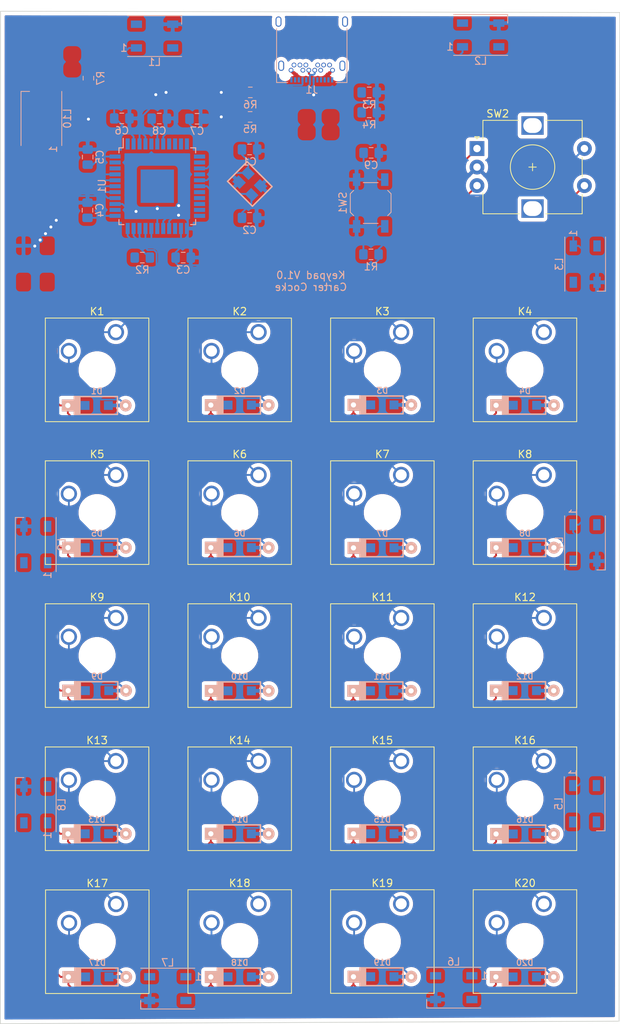
<source format=kicad_pcb>
(kicad_pcb (version 20171130) (host pcbnew "(5.1.5)-3")
  (layers (0 F.Cu signal) (31 B.Cu signal) (34 B.Paste user) (35 F.Paste user) (36 B.SilkS user) (37 F.SilkS user) (38 B.Mask user) (39 F.Mask user) (44 Edge.Cuts user))
  (net 0 "")
  (net 1 "Net-(C1-Pad1)")
  (net 2 "Net-(C2-Pad1)")
  (net 3 VCC)
  (net 4 "Net-(C8-Pad1)")
  (net 5 "Net-(C9-Pad1)")
  (net 6 "Net-(D1-Pad2)")
  (net 7 row0)
  (net 8 "Net-(D2-Pad2)")
  (net 9 "Net-(D3-Pad2)")
  (net 10 "Net-(D4-Pad2)")
  (net 11 "Net-(D5-Pad2)")
  (net 12 row1)
  (net 13 "Net-(D6-Pad2)")
  (net 14 "Net-(D7-Pad2)")
  (net 15 "Net-(D8-Pad2)")
  (net 16 "Net-(D9-Pad2)")
  (net 17 row2)
  (net 18 "Net-(D10-Pad2)")
  (net 19 "Net-(D11-Pad2)")
  (net 20 "Net-(D12-Pad2)")
  (net 21 "Net-(D13-Pad2)")
  (net 22 row3)
  (net 23 "Net-(D14-Pad2)")
  (net 24 "Net-(D15-Pad2)")
  (net 25 "Net-(D16-Pad2)")
  (net 26 "Net-(D17-Pad2)")
  (net 27 row4)
  (net 28 "Net-(D18-Pad2)")
  (net 29 "Net-(D19-Pad2)")
  (net 30 "Net-(D20-Pad2)")
  (net 31 "Net-(J1-PadS1)")
  (net 32 "Net-(J1-PadA2)")
  (net 33 "Net-(J1-PadA3)")
  (net 34 "Net-(J1-PadA4)")
  (net 35 "Net-(J1-PadA5)")
  (net 36 "Net-(J1-PadA6)")
  (net 37 "Net-(J1-PadA7)")
  (net 38 "Net-(J1-PadA10)")
  (net 39 "Net-(J1-PadA8)")
  (net 40 "Net-(J1-PadA11)")
  (net 41 "Net-(J1-PadB2)")
  (net 42 "Net-(J1-PadB3)")
  (net 43 "Net-(J1-PadB5)")
  (net 44 "Net-(J1-PadB8)")
  (net 45 "Net-(J1-PadB10)")
  (net 46 "Net-(J1-PadB11)")
  (net 47 col0)
  (net 48 col1)
  (net 49 col2)
  (net 50 col3)
  (net 51 "Net-(L1-Pad2)")
  (net 52 "Net-(L1-Pad4)")
  (net 53 "Net-(L2-Pad2)")
  (net 54 "Net-(L3-Pad2)")
  (net 55 "Net-(L4-Pad2)")
  (net 56 "Net-(L5-Pad2)")
  (net 57 "Net-(L6-Pad2)")
  (net 58 "Net-(L7-Pad2)")
  (net 59 "Net-(L8-Pad2)")
  (net 60 "Net-(L10-Pad4)")
  (net 61 "Net-(L10-Pad2)")
  (net 62 "Net-(R2-Pad2)")
  (net 63 "Net-(R5-Pad1)")
  (net 64 "Net-(R6-Pad1)")
  (net 65 RGB)
  (net 66 enSw)
  (net 67 enB)
  (net 68 enA)
  (net 69 "Net-(U1-Pad1)")
  (net 70 "Net-(U1-Pad8)")
  (net 71 "Net-(U1-Pad9)")
  (net 72 "Net-(U1-Pad10)")
  (net 73 "Net-(U1-Pad11)")
  (net 74 "Net-(U1-Pad12)")
  (net 75 SCL)
  (net 76 SDA)
  (net 77 "Net-(U1-Pad20)")
  (net 78 "Net-(U1-Pad21)")
  (net 79 "Net-(U1-Pad22)")
  (net 80 "Net-(U1-Pad25)")
  (net 81 "Net-(U1-Pad42)")
  (net 82 GND)
  (net 83 "Net-(L5-Pad3)")
  (module Button_Switch_Keyboard:SW_Cherry_MX_1.00u_Plate (layer F.Cu) (at 128.7018 149.2504)
    (fp_text reference K20 (at -2.54 -2.794) (layer F.SilkS))
    (fp_text value KEYSW)
    (pad "" np_thru_hole circle (at -2.54 5.08) (size 4 4) (drill 4) (layers *.Cu *.Mask))
    (pad 2 thru_hole circle (at -6.35 2.54) (size 2.2 2.2) (drill 1.5) (layers *.Cu *.Mask) (net 30 "Net-(D20-Pad2)"))
    (pad 1 thru_hole circle (at 0 0) (size 2.2 2.2) (drill 1.5) (layers *.Cu *.Mask) (net 50 col3))
  )
  (module Button_Switch_Keyboard:SW_Cherry_MX_1.00u_Plate (layer F.Cu) (at 109.4486 91.4146)
    (fp_text reference K7 (at -2.54 -2.794) (layer F.SilkS))
    (fp_text value KEYSW)
    (pad 1 thru_hole circle (at 0 0) (size 2.2 2.2) (drill 1.5) (layers *.Cu *.Mask) (net 49 col2))
    (pad 2 thru_hole circle (at -6.35 2.54) (size 2.2 2.2) (drill 1.5) (layers *.Cu *.Mask) (net 14 "Net-(D7-Pad2)"))
    (pad "" np_thru_hole circle (at -2.54 5.08) (size 4 4) (drill 4) (layers *.Cu *.Mask))
  )
  (module Capacitor_SMD:C_0805_2012Metric_Pad1.15x1.40mm_HandSolder (layer B.Cu) (at 88.9852 47.5234)
    (fp_text reference C1 (at 0 1.65) (layer B.SilkS) (effects (justify mirror)))
    (fp_text value 22p)
    (pad 2 smd roundrect (at 1.025 0) (size 1.15 1.4) (layers B.Cu B.Paste B.Mask) (roundrect_rratio 0.217391) (net 82 GND))
    (pad 1 smd roundrect (at -1.025 0) (size 1.15 1.4) (layers B.Cu B.Paste B.Mask) (roundrect_rratio 0.217391) (net 1 "Net-(C1-Pad1)"))
  )
  (module Capacitor_SMD:C_0805_2012Metric_Pad1.15x1.40mm_HandSolder (layer B.Cu) (at 88.9852 56.7436)
    (fp_text reference C2 (at 0 1.65) (layer B.SilkS) (effects (justify mirror)))
    (fp_text value 22p)
    (pad 1 smd roundrect (at -1.025 0) (size 1.15 1.4) (layers B.Cu B.Paste B.Mask) (roundrect_rratio 0.217391) (net 2 "Net-(C2-Pad1)"))
    (pad 2 smd roundrect (at 1.025 0) (size 1.15 1.4) (layers B.Cu B.Paste B.Mask) (roundrect_rratio 0.217391) (net 82 GND))
  )
  (module Capacitor_SMD:C_0805_2012Metric_Pad1.15x1.40mm_HandSolder (layer B.Cu) (at 80.0264 62.103)
    (fp_text reference C3 (at 0 1.65) (layer B.SilkS) (effects (justify mirror)))
    (fp_text value 0.1u)
    (pad 1 smd roundrect (at -1.025 0) (size 1.15 1.4) (layers B.Cu B.Paste B.Mask) (roundrect_rratio 0.217391) (net 3 VCC))
    (pad 2 smd roundrect (at 1.025 0) (size 1.15 1.4) (layers B.Cu B.Paste B.Mask) (roundrect_rratio 0.217391) (net 82 GND))
  )
  (module Capacitor_SMD:C_0805_2012Metric_Pad1.15x1.40mm_HandSolder (layer B.Cu) (at 67.1068 55.7186 90)
    (fp_text reference C4 (at 0 1.65 90) (layer B.SilkS) (effects (justify mirror)))
    (fp_text value 0.1u)
    (pad 2 smd roundrect (at 1.025 0 90) (size 1.15 1.4) (layers B.Cu B.Paste B.Mask) (roundrect_rratio 0.217391) (net 82 GND))
    (pad 1 smd roundrect (at -1.025 0 90) (size 1.15 1.4) (layers B.Cu B.Paste B.Mask) (roundrect_rratio 0.217391) (net 3 VCC))
  )
  (module Capacitor_SMD:C_0805_2012Metric_Pad1.15x1.40mm_HandSolder (layer B.Cu) (at 81.8986 43.3832)
    (fp_text reference C7 (at 0 1.65) (layer B.SilkS) (effects (justify mirror)))
    (fp_text value 0.1u)
    (pad 1 smd roundrect (at -1.025 0) (size 1.15 1.4) (layers B.Cu B.Paste B.Mask) (roundrect_rratio 0.217391) (net 3 VCC))
    (pad 2 smd roundrect (at 1.025 0) (size 1.15 1.4) (layers B.Cu B.Paste B.Mask) (roundrect_rratio 0.217391) (net 82 GND))
  )
  (module Capacitor_SMD:C_0805_2012Metric_Pad1.15x1.40mm_HandSolder (layer B.Cu) (at 71.7386 43.3324)
    (fp_text reference C6 (at 0 1.65) (layer B.SilkS) (effects (justify mirror)))
    (fp_text value 0.1u)
    (pad 2 smd roundrect (at 1.025 0) (size 1.15 1.4) (layers B.Cu B.Paste B.Mask) (roundrect_rratio 0.217391) (net 82 GND))
    (pad 1 smd roundrect (at -1.025 0) (size 1.15 1.4) (layers B.Cu B.Paste B.Mask) (roundrect_rratio 0.217391) (net 3 VCC))
  )
  (module Capacitor_SMD:C_0805_2012Metric_Pad1.15x1.40mm_HandSolder (layer B.Cu) (at 67.1322 48.5484 90)
    (fp_text reference C5 (at 0 1.65 90) (layer B.SilkS) (effects (justify mirror)))
    (fp_text value 4.7u)
    (pad 1 smd roundrect (at -1.025 0 90) (size 1.15 1.4) (layers B.Cu B.Paste B.Mask) (roundrect_rratio 0.217391) (net 3 VCC))
    (pad 2 smd roundrect (at 1.025 0 90) (size 1.15 1.4) (layers B.Cu B.Paste B.Mask) (roundrect_rratio 0.217391) (net 82 GND))
  )
  (module Capacitor_SMD:C_0805_2012Metric_Pad1.15x1.40mm_HandSolder (layer B.Cu) (at 105.401 47.9806)
    (fp_text reference C9 (at 0 1.65) (layer B.SilkS) (effects (justify mirror)))
    (fp_text value .1u)
    (pad 1 smd roundrect (at -1.025 0) (size 1.15 1.4) (layers B.Cu B.Paste B.Mask) (roundrect_rratio 0.217391) (net 5 "Net-(C9-Pad1)"))
    (pad 2 smd roundrect (at 1.025 0) (size 1.15 1.4) (layers B.Cu B.Paste B.Mask) (roundrect_rratio 0.217391) (net 82 GND))
  )
  (module Capacitor_SMD:C_0805_2012Metric_Pad1.15x1.40mm_HandSolder (layer B.Cu) (at 76.7932 43.3578)
    (fp_text reference C8 (at 0 1.65) (layer B.SilkS) (effects (justify mirror)))
    (fp_text value 1.0u)
    (pad 2 smd roundrect (at 1.025 0) (size 1.15 1.4) (layers B.Cu B.Paste B.Mask) (roundrect_rratio 0.217391) (net 82 GND))
    (pad 1 smd roundrect (at -1.025 0) (size 1.15 1.4) (layers B.Cu B.Paste B.Mask) (roundrect_rratio 0.217391) (net 4 "Net-(C8-Pad1)"))
  )
  (module KeyboardPartsPretty:D_SOD123_axial (layer B.Cu) (at 68.3516 82.042)
    (fp_text reference D1 (at 0 -1.925) (layer B.SilkS) (effects (font (size 0.8 0.8)) (justify mirror)))
    (fp_text value D hide)
    (pad 2 smd rect (at 2.7 0) (size 2.5 0.5) (layers B.Cu) (net 6 "Net-(D1-Pad2)"))
    (pad 1 smd rect (at -2.7 0) (size 2.5 0.5) (layers B.Cu) (net 7 row0))
    (pad 2 thru_hole circle (at 3.9 0) (size 1.6 1.6) (drill 0.7) (layers *.Cu *.Mask B.SilkS) (net 6 "Net-(D1-Pad2)"))
    (pad 1 thru_hole rect (at -3.9 0) (size 1.6 1.6) (drill 0.7) (layers *.Cu *.Mask B.SilkS) (net 7 row0))
    (pad 1 smd rect (at -1.575 0) (size 1.2 1.2) (layers B.Cu B.Paste B.Mask) (net 7 row0))
    (pad 2 smd rect (at 1.575 0) (size 1.2 1.2) (layers B.Cu B.Paste B.Mask) (net 6 "Net-(D1-Pad2)"))
  )
  (module KeyboardPartsPretty:D_SOD123_axial (layer B.Cu) (at 87.6554 81.9912)
    (fp_text reference D2 (at 0 -1.925) (layer B.SilkS) (effects (font (size 0.8 0.8)) (justify mirror)))
    (fp_text value D hide)
    (pad 2 smd rect (at 1.575 0) (size 1.2 1.2) (layers B.Cu B.Paste B.Mask) (net 8 "Net-(D2-Pad2)"))
    (pad 1 smd rect (at -1.575 0) (size 1.2 1.2) (layers B.Cu B.Paste B.Mask) (net 7 row0))
    (pad 1 thru_hole rect (at -3.9 0) (size 1.6 1.6) (drill 0.7) (layers *.Cu *.Mask B.SilkS) (net 7 row0))
    (pad 2 thru_hole circle (at 3.9 0) (size 1.6 1.6) (drill 0.7) (layers *.Cu *.Mask B.SilkS) (net 8 "Net-(D2-Pad2)"))
    (pad 1 smd rect (at -2.7 0) (size 2.5 0.5) (layers B.Cu) (net 7 row0))
    (pad 2 smd rect (at 2.7 0) (size 2.5 0.5) (layers B.Cu) (net 8 "Net-(D2-Pad2)"))
  )
  (module KeyboardPartsPretty:D_SOD123_axial (layer B.Cu) (at 106.9086 81.9658)
    (fp_text reference D3 (at 0 -1.925) (layer B.SilkS) (effects (font (size 0.8 0.8)) (justify mirror)))
    (fp_text value D hide)
    (pad 2 smd rect (at 2.7 0) (size 2.5 0.5) (layers B.Cu) (net 9 "Net-(D3-Pad2)"))
    (pad 1 smd rect (at -2.7 0) (size 2.5 0.5) (layers B.Cu) (net 7 row0))
    (pad 2 thru_hole circle (at 3.9 0) (size 1.6 1.6) (drill 0.7) (layers *.Cu *.Mask B.SilkS) (net 9 "Net-(D3-Pad2)"))
    (pad 1 thru_hole rect (at -3.9 0) (size 1.6 1.6) (drill 0.7) (layers *.Cu *.Mask B.SilkS) (net 7 row0))
    (pad 1 smd rect (at -1.575 0) (size 1.2 1.2) (layers B.Cu B.Paste B.Mask) (net 7 row0))
    (pad 2 smd rect (at 1.575 0) (size 1.2 1.2) (layers B.Cu B.Paste B.Mask) (net 9 "Net-(D3-Pad2)"))
  )
  (module KeyboardPartsPretty:D_SOD123_axial (layer B.Cu) (at 126.1618 82.0166)
    (fp_text reference D4 (at 0 -1.925) (layer B.SilkS) (effects (font (size 0.8 0.8)) (justify mirror)))
    (fp_text value D hide)
    (pad 2 smd rect (at 2.7 0) (size 2.5 0.5) (layers B.Cu) (net 10 "Net-(D4-Pad2)"))
    (pad 1 smd rect (at -2.7 0) (size 2.5 0.5) (layers B.Cu) (net 7 row0))
    (pad 2 thru_hole circle (at 3.9 0) (size 1.6 1.6) (drill 0.7) (layers *.Cu *.Mask B.SilkS) (net 10 "Net-(D4-Pad2)"))
    (pad 1 thru_hole rect (at -3.9 0) (size 1.6 1.6) (drill 0.7) (layers *.Cu *.Mask B.SilkS) (net 7 row0))
    (pad 1 smd rect (at -1.575 0) (size 1.2 1.2) (layers B.Cu B.Paste B.Mask) (net 7 row0))
    (pad 2 smd rect (at 1.575 0) (size 1.2 1.2) (layers B.Cu B.Paste B.Mask) (net 10 "Net-(D4-Pad2)"))
  )
  (module KeyboardPartsPretty:D_SOD123_axial (layer B.Cu) (at 68.3768 101.219)
    (fp_text reference D5 (at 0 -1.925) (layer B.SilkS) (effects (font (size 0.8 0.8)) (justify mirror)))
    (fp_text value D hide)
    (pad 2 smd rect (at 2.7 0) (size 2.5 0.5) (layers B.Cu) (net 11 "Net-(D5-Pad2)"))
    (pad 1 smd rect (at -2.7 0) (size 2.5 0.5) (layers B.Cu) (net 12 row1))
    (pad 2 thru_hole circle (at 3.9 0) (size 1.6 1.6) (drill 0.7) (layers *.Cu *.Mask B.SilkS) (net 11 "Net-(D5-Pad2)"))
    (pad 1 thru_hole rect (at -3.9 0) (size 1.6 1.6) (drill 0.7) (layers *.Cu *.Mask B.SilkS) (net 12 row1))
    (pad 1 smd rect (at -1.575 0) (size 1.2 1.2) (layers B.Cu B.Paste B.Mask) (net 12 row1))
    (pad 2 smd rect (at 1.575 0) (size 1.2 1.2) (layers B.Cu B.Paste B.Mask) (net 11 "Net-(D5-Pad2)"))
  )
  (module KeyboardPartsPretty:D_SOD123_axial (layer B.Cu) (at 87.6554 101.219)
    (fp_text reference D6 (at 0 -1.925) (layer B.SilkS) (effects (font (size 0.8 0.8)) (justify mirror)))
    (fp_text value D hide)
    (pad 2 smd rect (at 2.7 0) (size 2.5 0.5) (layers B.Cu) (net 13 "Net-(D6-Pad2)"))
    (pad 1 smd rect (at -2.7 0) (size 2.5 0.5) (layers B.Cu) (net 12 row1))
    (pad 2 thru_hole circle (at 3.9 0) (size 1.6 1.6) (drill 0.7) (layers *.Cu *.Mask B.SilkS) (net 13 "Net-(D6-Pad2)"))
    (pad 1 thru_hole rect (at -3.9 0) (size 1.6 1.6) (drill 0.7) (layers *.Cu *.Mask B.SilkS) (net 12 row1))
    (pad 1 smd rect (at -1.575 0) (size 1.2 1.2) (layers B.Cu B.Paste B.Mask) (net 12 row1))
    (pad 2 smd rect (at 1.575 0) (size 1.2 1.2) (layers B.Cu B.Paste B.Mask) (net 13 "Net-(D6-Pad2)"))
  )
  (module KeyboardPartsPretty:D_SOD123_axial (layer B.Cu) (at 106.9086 101.2444)
    (fp_text reference D7 (at 0 -1.925) (layer B.SilkS) (effects (font (size 0.8 0.8)) (justify mirror)))
    (fp_text value D hide)
    (pad 2 smd rect (at 1.575 0) (size 1.2 1.2) (layers B.Cu B.Paste B.Mask) (net 14 "Net-(D7-Pad2)"))
    (pad 1 smd rect (at -1.575 0) (size 1.2 1.2) (layers B.Cu B.Paste B.Mask) (net 12 row1))
    (pad 1 thru_hole rect (at -3.9 0) (size 1.6 1.6) (drill 0.7) (layers *.Cu *.Mask B.SilkS) (net 12 row1))
    (pad 2 thru_hole circle (at 3.9 0) (size 1.6 1.6) (drill 0.7) (layers *.Cu *.Mask B.SilkS) (net 14 "Net-(D7-Pad2)"))
    (pad 1 smd rect (at -2.7 0) (size 2.5 0.5) (layers B.Cu) (net 12 row1))
    (pad 2 smd rect (at 2.7 0) (size 2.5 0.5) (layers B.Cu) (net 14 "Net-(D7-Pad2)"))
  )
  (module KeyboardPartsPretty:D_SOD123_axial (layer B.Cu) (at 126.1618 101.219)
    (fp_text reference D8 (at 0 -1.925) (layer B.SilkS) (effects (font (size 0.8 0.8)) (justify mirror)))
    (fp_text value D hide)
    (pad 2 smd rect (at 1.575 0) (size 1.2 1.2) (layers B.Cu B.Paste B.Mask) (net 15 "Net-(D8-Pad2)"))
    (pad 1 smd rect (at -1.575 0) (size 1.2 1.2) (layers B.Cu B.Paste B.Mask) (net 12 row1))
    (pad 1 thru_hole rect (at -3.9 0) (size 1.6 1.6) (drill 0.7) (layers *.Cu *.Mask B.SilkS) (net 12 row1))
    (pad 2 thru_hole circle (at 3.9 0) (size 1.6 1.6) (drill 0.7) (layers *.Cu *.Mask B.SilkS) (net 15 "Net-(D8-Pad2)"))
    (pad 1 smd rect (at -2.7 0) (size 2.5 0.5) (layers B.Cu) (net 12 row1))
    (pad 2 smd rect (at 2.7 0) (size 2.5 0.5) (layers B.Cu) (net 15 "Net-(D8-Pad2)"))
  )
  (module KeyboardPartsPretty:D_SOD123_axial (layer B.Cu) (at 68.4022 120.4976)
    (fp_text reference D9 (at 0 -1.925) (layer B.SilkS) (effects (font (size 0.8 0.8)) (justify mirror)))
    (fp_text value D hide)
    (pad 2 smd rect (at 1.575 0) (size 1.2 1.2) (layers B.Cu B.Paste B.Mask) (net 16 "Net-(D9-Pad2)"))
    (pad 1 smd rect (at -1.575 0) (size 1.2 1.2) (layers B.Cu B.Paste B.Mask) (net 17 row2))
    (pad 1 thru_hole rect (at -3.9 0) (size 1.6 1.6) (drill 0.7) (layers *.Cu *.Mask B.SilkS) (net 17 row2))
    (pad 2 thru_hole circle (at 3.9 0) (size 1.6 1.6) (drill 0.7) (layers *.Cu *.Mask B.SilkS) (net 16 "Net-(D9-Pad2)"))
    (pad 1 smd rect (at -2.7 0) (size 2.5 0.5) (layers B.Cu) (net 17 row2))
    (pad 2 smd rect (at 2.7 0) (size 2.5 0.5) (layers B.Cu) (net 16 "Net-(D9-Pad2)"))
  )
  (module KeyboardPartsPretty:D_SOD123_axial (layer B.Cu) (at 87.6554 120.523)
    (fp_text reference D10 (at 0 -1.925) (layer B.SilkS) (effects (font (size 0.8 0.8)) (justify mirror)))
    (fp_text value D hide)
    (pad 2 smd rect (at 1.575 0) (size 1.2 1.2) (layers B.Cu B.Paste B.Mask) (net 18 "Net-(D10-Pad2)"))
    (pad 1 smd rect (at -1.575 0) (size 1.2 1.2) (layers B.Cu B.Paste B.Mask) (net 17 row2))
    (pad 1 thru_hole rect (at -3.9 0) (size 1.6 1.6) (drill 0.7) (layers *.Cu *.Mask B.SilkS) (net 17 row2))
    (pad 2 thru_hole circle (at 3.9 0) (size 1.6 1.6) (drill 0.7) (layers *.Cu *.Mask B.SilkS) (net 18 "Net-(D10-Pad2)"))
    (pad 1 smd rect (at -2.7 0) (size 2.5 0.5) (layers B.Cu) (net 17 row2))
    (pad 2 smd rect (at 2.7 0) (size 2.5 0.5) (layers B.Cu) (net 18 "Net-(D10-Pad2)"))
  )
  (module KeyboardPartsPretty:D_SOD123_axial (layer B.Cu) (at 106.8832 120.523)
    (fp_text reference D11 (at 0 -1.925) (layer B.SilkS) (effects (font (size 0.8 0.8)) (justify mirror)))
    (fp_text value D hide)
    (pad 2 smd rect (at 1.575 0) (size 1.2 1.2) (layers B.Cu B.Paste B.Mask) (net 19 "Net-(D11-Pad2)"))
    (pad 1 smd rect (at -1.575 0) (size 1.2 1.2) (layers B.Cu B.Paste B.Mask) (net 17 row2))
    (pad 1 thru_hole rect (at -3.9 0) (size 1.6 1.6) (drill 0.7) (layers *.Cu *.Mask B.SilkS) (net 17 row2))
    (pad 2 thru_hole circle (at 3.9 0) (size 1.6 1.6) (drill 0.7) (layers *.Cu *.Mask B.SilkS) (net 19 "Net-(D11-Pad2)"))
    (pad 1 smd rect (at -2.7 0) (size 2.5 0.5) (layers B.Cu) (net 17 row2))
    (pad 2 smd rect (at 2.7 0) (size 2.5 0.5) (layers B.Cu) (net 19 "Net-(D11-Pad2)"))
  )
  (module KeyboardPartsPretty:D_SOD123_axial (layer B.Cu) (at 126.1364 120.4976)
    (fp_text reference D12 (at 0 -1.925) (layer B.SilkS) (effects (font (size 0.8 0.8)) (justify mirror)))
    (fp_text value D hide)
    (pad 2 smd rect (at 2.7 0) (size 2.5 0.5) (layers B.Cu) (net 20 "Net-(D12-Pad2)"))
    (pad 1 smd rect (at -2.7 0) (size 2.5 0.5) (layers B.Cu) (net 17 row2))
    (pad 2 thru_hole circle (at 3.9 0) (size 1.6 1.6) (drill 0.7) (layers *.Cu *.Mask B.SilkS) (net 20 "Net-(D12-Pad2)"))
    (pad 1 thru_hole rect (at -3.9 0) (size 1.6 1.6) (drill 0.7) (layers *.Cu *.Mask B.SilkS) (net 17 row2))
    (pad 1 smd rect (at -1.575 0) (size 1.2 1.2) (layers B.Cu B.Paste B.Mask) (net 17 row2))
    (pad 2 smd rect (at 1.575 0) (size 1.2 1.2) (layers B.Cu B.Paste B.Mask) (net 20 "Net-(D12-Pad2)"))
  )
  (module KeyboardPartsPretty:D_SOD123_axial (layer B.Cu) (at 68.3768 139.8016)
    (fp_text reference D13 (at 0 -1.925) (layer B.SilkS) (effects (font (size 0.8 0.8)) (justify mirror)))
    (fp_text value D hide)
    (pad 2 smd rect (at 2.7 0) (size 2.5 0.5) (layers B.Cu) (net 21 "Net-(D13-Pad2)"))
    (pad 1 smd rect (at -2.7 0) (size 2.5 0.5) (layers B.Cu) (net 22 row3))
    (pad 2 thru_hole circle (at 3.9 0) (size 1.6 1.6) (drill 0.7) (layers *.Cu *.Mask B.SilkS) (net 21 "Net-(D13-Pad2)"))
    (pad 1 thru_hole rect (at -3.9 0) (size 1.6 1.6) (drill 0.7) (layers *.Cu *.Mask B.SilkS) (net 22 row3))
    (pad 1 smd rect (at -1.575 0) (size 1.2 1.2) (layers B.Cu B.Paste B.Mask) (net 22 row3))
    (pad 2 smd rect (at 1.575 0) (size 1.2 1.2) (layers B.Cu B.Paste B.Mask) (net 21 "Net-(D13-Pad2)"))
  )
  (module KeyboardPartsPretty:D_SOD123_axial (layer B.Cu) (at 87.6554 139.8016)
    (fp_text reference D14 (at 0 -1.925) (layer B.SilkS) (effects (font (size 0.8 0.8)) (justify mirror)))
    (fp_text value D hide)
    (pad 2 smd rect (at 2.7 0) (size 2.5 0.5) (layers B.Cu) (net 23 "Net-(D14-Pad2)"))
    (pad 1 smd rect (at -2.7 0) (size 2.5 0.5) (layers B.Cu) (net 22 row3))
    (pad 2 thru_hole circle (at 3.9 0) (size 1.6 1.6) (drill 0.7) (layers *.Cu *.Mask B.SilkS) (net 23 "Net-(D14-Pad2)"))
    (pad 1 thru_hole rect (at -3.9 0) (size 1.6 1.6) (drill 0.7) (layers *.Cu *.Mask B.SilkS) (net 22 row3))
    (pad 1 smd rect (at -1.575 0) (size 1.2 1.2) (layers B.Cu B.Paste B.Mask) (net 22 row3))
    (pad 2 smd rect (at 1.575 0) (size 1.2 1.2) (layers B.Cu B.Paste B.Mask) (net 23 "Net-(D14-Pad2)"))
  )
  (module KeyboardPartsPretty:D_SOD123_axial (layer B.Cu) (at 106.9086 139.8016)
    (fp_text reference D15 (at 0 -1.925) (layer B.SilkS) (effects (font (size 0.8 0.8)) (justify mirror)))
    (fp_text value D hide)
    (pad 2 smd rect (at 2.7 0) (size 2.5 0.5) (layers B.Cu) (net 24 "Net-(D15-Pad2)"))
    (pad 1 smd rect (at -2.7 0) (size 2.5 0.5) (layers B.Cu) (net 22 row3))
    (pad 2 thru_hole circle (at 3.9 0) (size 1.6 1.6) (drill 0.7) (layers *.Cu *.Mask B.SilkS) (net 24 "Net-(D15-Pad2)"))
    (pad 1 thru_hole rect (at -3.9 0) (size 1.6 1.6) (drill 0.7) (layers *.Cu *.Mask B.SilkS) (net 22 row3))
    (pad 1 smd rect (at -1.575 0) (size 1.2 1.2) (layers B.Cu B.Paste B.Mask) (net 22 row3))
    (pad 2 smd rect (at 1.575 0) (size 1.2 1.2) (layers B.Cu B.Paste B.Mask) (net 24 "Net-(D15-Pad2)"))
  )
  (module KeyboardPartsPretty:D_SOD123_axial (layer B.Cu) (at 126.1618 139.827)
    (fp_text reference D16 (at 0 -1.925) (layer B.SilkS) (effects (font (size 0.8 0.8)) (justify mirror)))
    (fp_text value D hide)
    (pad 2 smd rect (at 1.575 0) (size 1.2 1.2) (layers B.Cu B.Paste B.Mask) (net 25 "Net-(D16-Pad2)"))
    (pad 1 smd rect (at -1.575 0) (size 1.2 1.2) (layers B.Cu B.Paste B.Mask) (net 22 row3))
    (pad 1 thru_hole rect (at -3.9 0) (size 1.6 1.6) (drill 0.7) (layers *.Cu *.Mask B.SilkS) (net 22 row3))
    (pad 2 thru_hole circle (at 3.9 0) (size 1.6 1.6) (drill 0.7) (layers *.Cu *.Mask B.SilkS) (net 25 "Net-(D16-Pad2)"))
    (pad 1 smd rect (at -2.7 0) (size 2.5 0.5) (layers B.Cu) (net 22 row3))
    (pad 2 smd rect (at 2.7 0) (size 2.5 0.5) (layers B.Cu) (net 25 "Net-(D16-Pad2)"))
  )
  (module KeyboardPartsPretty:D_SOD123_axial (layer B.Cu) (at 68.4276 159.1056)
    (fp_text reference D17 (at 0 -1.925) (layer B.SilkS) (effects (font (size 0.8 0.8)) (justify mirror)))
    (fp_text value D hide)
    (pad 2 smd rect (at 1.575 0) (size 1.2 1.2) (layers B.Cu B.Paste B.Mask) (net 26 "Net-(D17-Pad2)"))
    (pad 1 smd rect (at -1.575 0) (size 1.2 1.2) (layers B.Cu B.Paste B.Mask) (net 27 row4))
    (pad 1 thru_hole rect (at -3.9 0) (size 1.6 1.6) (drill 0.7) (layers *.Cu *.Mask B.SilkS) (net 27 row4))
    (pad 2 thru_hole circle (at 3.9 0) (size 1.6 1.6) (drill 0.7) (layers *.Cu *.Mask B.SilkS) (net 26 "Net-(D17-Pad2)"))
    (pad 1 smd rect (at -2.7 0) (size 2.5 0.5) (layers B.Cu) (net 27 row4))
    (pad 2 smd rect (at 2.7 0) (size 2.5 0.5) (layers B.Cu) (net 26 "Net-(D17-Pad2)"))
  )
  (module KeyboardPartsPretty:D_SOD123_axial (layer B.Cu) (at 87.6554 159.1056)
    (fp_text reference D18 (at 0 -1.925) (layer B.SilkS) (effects (font (size 0.8 0.8)) (justify mirror)))
    (fp_text value D hide)
    (pad 2 smd rect (at 1.575 0) (size 1.2 1.2) (layers B.Cu B.Paste B.Mask) (net 28 "Net-(D18-Pad2)"))
    (pad 1 smd rect (at -1.575 0) (size 1.2 1.2) (layers B.Cu B.Paste B.Mask) (net 27 row4))
    (pad 1 thru_hole rect (at -3.9 0) (size 1.6 1.6) (drill 0.7) (layers *.Cu *.Mask B.SilkS) (net 27 row4))
    (pad 2 thru_hole circle (at 3.9 0) (size 1.6 1.6) (drill 0.7) (layers *.Cu *.Mask B.SilkS) (net 28 "Net-(D18-Pad2)"))
    (pad 1 smd rect (at -2.7 0) (size 2.5 0.5) (layers B.Cu) (net 27 row4))
    (pad 2 smd rect (at 2.7 0) (size 2.5 0.5) (layers B.Cu) (net 28 "Net-(D18-Pad2)"))
  )
  (module KeyboardPartsPretty:D_SOD123_axial (layer B.Cu) (at 106.9086 159.0802)
    (fp_text reference D19 (at 0 -1.925) (layer B.SilkS) (effects (font (size 0.8 0.8)) (justify mirror)))
    (fp_text value D hide)
    (pad 2 smd rect (at 2.7 0) (size 2.5 0.5) (layers B.Cu) (net 29 "Net-(D19-Pad2)"))
    (pad 1 smd rect (at -2.7 0) (size 2.5 0.5) (layers B.Cu) (net 27 row4))
    (pad 2 thru_hole circle (at 3.9 0) (size 1.6 1.6) (drill 0.7) (layers *.Cu *.Mask B.SilkS) (net 29 "Net-(D19-Pad2)"))
    (pad 1 thru_hole rect (at -3.9 0) (size 1.6 1.6) (drill 0.7) (layers *.Cu *.Mask B.SilkS) (net 27 row4))
    (pad 1 smd rect (at -1.575 0) (size 1.2 1.2) (layers B.Cu B.Paste B.Mask) (net 27 row4))
    (pad 2 smd rect (at 1.575 0) (size 1.2 1.2) (layers B.Cu B.Paste B.Mask) (net 29 "Net-(D19-Pad2)"))
  )
  (module KeyboardPartsPretty:D_SOD123_axial (layer B.Cu) (at 126.1364 159.1056)
    (fp_text reference D20 (at 0 -1.925) (layer B.SilkS) (effects (font (size 0.8 0.8)) (justify mirror)))
    (fp_text value D hide)
    (pad 2 smd rect (at 1.575 0) (size 1.2 1.2) (layers B.Cu B.Paste B.Mask) (net 30 "Net-(D20-Pad2)"))
    (pad 1 smd rect (at -1.575 0) (size 1.2 1.2) (layers B.Cu B.Paste B.Mask) (net 27 row4))
    (pad 1 thru_hole rect (at -3.9 0) (size 1.6 1.6) (drill 0.7) (layers *.Cu *.Mask B.SilkS) (net 27 row4))
    (pad 2 thru_hole circle (at 3.9 0) (size 1.6 1.6) (drill 0.7) (layers *.Cu *.Mask B.SilkS) (net 30 "Net-(D20-Pad2)"))
    (pad 1 smd rect (at -2.7 0) (size 2.5 0.5) (layers B.Cu) (net 27 row4))
    (pad 2 smd rect (at 2.7 0) (size 2.5 0.5) (layers B.Cu) (net 30 "Net-(D20-Pad2)"))
  )
  (module Connector_USB:USB_C_Receptacle_Amphenol_12401548E4-2A (layer B.Cu) (at 97.3836 33.1216)
    (fp_text reference J1 (at 0 6.36) (layer B.SilkS) (effects (justify mirror)))
    (fp_text value USB_C_Receptacle)
    (pad S1 thru_hole oval (at -4.13 3.11) (size 0.8 1.4) (drill oval 0.5 1.1) (layers *.Cu *.Mask) (net 31 "Net-(J1-PadS1)"))
    (pad A1 smd rect (at -2.75 5.02) (size 0.3 0.7) (layers B.Cu B.Paste B.Mask) (net 82 GND))
    (pad A2 smd rect (at -2.25 5.02) (size 0.3 0.7) (layers B.Cu B.Paste B.Mask) (net 32 "Net-(J1-PadA2)"))
    (pad A3 smd rect (at -1.75 5.02) (size 0.3 0.7) (layers B.Cu B.Paste B.Mask) (net 33 "Net-(J1-PadA3)"))
    (pad A4 smd rect (at -1.25 5.02) (size 0.3 0.7) (layers B.Cu B.Paste B.Mask) (net 34 "Net-(J1-PadA4)"))
    (pad A5 smd rect (at -0.75 5.02) (size 0.3 0.7) (layers B.Cu B.Paste B.Mask) (net 35 "Net-(J1-PadA5)"))
    (pad A6 smd rect (at -0.25 5.02) (size 0.3 0.7) (layers B.Cu B.Paste B.Mask) (net 36 "Net-(J1-PadA6)"))
    (pad A7 smd rect (at 0.25 5.02) (size 0.3 0.7) (layers B.Cu B.Paste B.Mask) (net 37 "Net-(J1-PadA7)"))
    (pad A12 smd rect (at 2.75 5.02) (size 0.3 0.7) (layers B.Cu B.Paste B.Mask) (net 82 GND))
    (pad A10 smd rect (at 1.75 5.02) (size 0.3 0.7) (layers B.Cu B.Paste B.Mask) (net 38 "Net-(J1-PadA10)"))
    (pad A9 smd rect (at 1.25 5.02) (size 0.3 0.7) (layers B.Cu B.Paste B.Mask) (net 34 "Net-(J1-PadA4)"))
    (pad A8 smd rect (at 0.75 5.02) (size 0.3 0.7) (layers B.Cu B.Paste B.Mask) (net 39 "Net-(J1-PadA8)"))
    (pad A11 smd rect (at 2.25 5.02) (size 0.3 0.7) (layers B.Cu B.Paste B.Mask) (net 40 "Net-(J1-PadA11)"))
    (pad S1 thru_hole oval (at 4.13 3.11) (size 0.8 1.4) (drill oval 0.5 1.1) (layers *.Cu *.Mask) (net 31 "Net-(J1-PadS1)"))
    (pad S1 thru_hole oval (at 4.49 -2.84) (size 0.8 1.4) (drill oval 0.5 1.1) (layers *.Cu *.Mask) (net 31 "Net-(J1-PadS1)"))
    (pad S1 thru_hole oval (at -4.49 -2.84) (size 0.8 1.4) (drill oval 0.5 1.1) (layers *.Cu *.Mask) (net 31 "Net-(J1-PadS1)"))
    (pad "" np_thru_hole oval (at 3.6 4.36) (size 0.95 0.65) (drill oval 0.95 0.65) (layers *.Cu *.Mask))
    (pad "" np_thru_hole circle (at -3.6 4.36) (size 0.65 0.65) (drill 0.65) (layers *.Cu *.Mask))
    (pad B1 thru_hole circle (at 2.8 3.71) (size 0.65 0.65) (drill 0.4) (layers *.Cu *.Mask) (net 82 GND))
    (pad B4 thru_hole circle (at 1.2 3.71) (size 0.65 0.65) (drill 0.4) (layers *.Cu *.Mask) (net 34 "Net-(J1-PadA4)"))
    (pad B6 thru_hole circle (at 0.4 3.71) (size 0.65 0.65) (drill 0.4) (layers *.Cu *.Mask) (net 36 "Net-(J1-PadA6)"))
    (pad B7 thru_hole circle (at -0.4 3.71) (size 0.65 0.65) (drill 0.4) (layers *.Cu *.Mask) (net 37 "Net-(J1-PadA7)"))
    (pad B9 thru_hole circle (at -1.2 3.71) (size 0.65 0.65) (drill 0.4) (layers *.Cu *.Mask) (net 34 "Net-(J1-PadA4)"))
    (pad B12 thru_hole circle (at -2.8 3.71) (size 0.65 0.65) (drill 0.4) (layers *.Cu *.Mask) (net 82 GND))
    (pad B2 thru_hole circle (at 2.4 3.01) (size 0.65 0.65) (drill 0.4) (layers *.Cu *.Mask) (net 41 "Net-(J1-PadB2)"))
    (pad B3 thru_hole circle (at 1.6 3.01) (size 0.65 0.65) (drill 0.4) (layers *.Cu *.Mask) (net 42 "Net-(J1-PadB3)"))
    (pad B5 thru_hole circle (at 0.8 3.01) (size 0.65 0.65) (drill 0.4) (layers *.Cu *.Mask) (net 43 "Net-(J1-PadB5)"))
    (pad B8 thru_hole circle (at -0.8 3.01) (size 0.65 0.65) (drill 0.4) (layers *.Cu *.Mask) (net 44 "Net-(J1-PadB8)"))
    (pad B10 thru_hole circle (at -1.6 3.01) (size 0.65 0.65) (drill 0.4) (layers *.Cu *.Mask) (net 45 "Net-(J1-PadB10)"))
    (pad B11 thru_hole circle (at -2.4 3.01) (size 0.65 0.65) (drill 0.4) (layers *.Cu *.Mask) (net 46 "Net-(J1-PadB11)"))
  )
  (module Button_Switch_Keyboard:SW_Cherry_MX_1.00u_Plate (layer F.Cu) (at 70.9422 72.1614)
    (fp_text reference K1 (at -2.54 -2.794) (layer F.SilkS))
    (fp_text value KEYSW)
    (pad 1 thru_hole circle (at 0 0) (size 2.2 2.2) (drill 1.5) (layers *.Cu *.Mask) (net 47 col0))
    (pad 2 thru_hole circle (at -6.35 2.54) (size 2.2 2.2) (drill 1.5) (layers *.Cu *.Mask) (net 6 "Net-(D1-Pad2)"))
    (pad "" np_thru_hole circle (at -2.54 5.08) (size 4 4) (drill 4) (layers *.Cu *.Mask))
  )
  (module Button_Switch_Keyboard:SW_Cherry_MX_1.00u_Plate (layer F.Cu) (at 90.1954 72.1614)
    (fp_text reference K2 (at -2.54 -2.794) (layer F.SilkS))
    (fp_text value KEYSW)
    (pad "" np_thru_hole circle (at -2.54 5.08) (size 4 4) (drill 4) (layers *.Cu *.Mask))
    (pad 2 thru_hole circle (at -6.35 2.54) (size 2.2 2.2) (drill 1.5) (layers *.Cu *.Mask) (net 8 "Net-(D2-Pad2)"))
    (pad 1 thru_hole circle (at 0 0) (size 2.2 2.2) (drill 1.5) (layers *.Cu *.Mask) (net 48 col1))
  )
  (module Button_Switch_Keyboard:SW_Cherry_MX_1.00u_Plate (layer F.Cu) (at 109.4486 72.1614)
    (fp_text reference K3 (at -2.54 -2.794) (layer F.SilkS))
    (fp_text value KEYSW)
    (pad 1 thru_hole circle (at 0 0) (size 2.2 2.2) (drill 1.5) (layers *.Cu *.Mask) (net 49 col2))
    (pad 2 thru_hole circle (at -6.35 2.54) (size 2.2 2.2) (drill 1.5) (layers *.Cu *.Mask) (net 9 "Net-(D3-Pad2)"))
    (pad "" np_thru_hole circle (at -2.54 5.08) (size 4 4) (drill 4) (layers *.Cu *.Mask))
  )
  (module Button_Switch_Keyboard:SW_Cherry_MX_1.00u_Plate (layer F.Cu) (at 128.7018 72.1614)
    (fp_text reference K4 (at -2.54 -2.794) (layer F.SilkS))
    (fp_text value KEYSW)
    (pad "" np_thru_hole circle (at -2.54 5.08) (size 4 4) (drill 4) (layers *.Cu *.Mask))
    (pad 2 thru_hole circle (at -6.35 2.54) (size 2.2 2.2) (drill 1.5) (layers *.Cu *.Mask) (net 10 "Net-(D4-Pad2)"))
    (pad 1 thru_hole circle (at 0 0) (size 2.2 2.2) (drill 1.5) (layers *.Cu *.Mask) (net 50 col3))
  )
  (module Button_Switch_Keyboard:SW_Cherry_MX_1.00u_Plate (layer F.Cu) (at 70.9422 91.4146)
    (fp_text reference K5 (at -2.54 -2.794) (layer F.SilkS))
    (fp_text value KEYSW)
    (pad 1 thru_hole circle (at 0 0) (size 2.2 2.2) (drill 1.5) (layers *.Cu *.Mask) (net 47 col0))
    (pad 2 thru_hole circle (at -6.35 2.54) (size 2.2 2.2) (drill 1.5) (layers *.Cu *.Mask) (net 11 "Net-(D5-Pad2)"))
    (pad "" np_thru_hole circle (at -2.54 5.08) (size 4 4) (drill 4) (layers *.Cu *.Mask))
  )
  (module Button_Switch_Keyboard:SW_Cherry_MX_1.00u_Plate (layer F.Cu) (at 90.1954 91.4146)
    (fp_text reference K6 (at -2.54 -2.794) (layer F.SilkS))
    (fp_text value KEYSW)
    (pad "" np_thru_hole circle (at -2.54 5.08) (size 4 4) (drill 4) (layers *.Cu *.Mask))
    (pad 2 thru_hole circle (at -6.35 2.54) (size 2.2 2.2) (drill 1.5) (layers *.Cu *.Mask) (net 13 "Net-(D6-Pad2)"))
    (pad 1 thru_hole circle (at 0 0) (size 2.2 2.2) (drill 1.5) (layers *.Cu *.Mask) (net 48 col1))
  )
  (module Button_Switch_Keyboard:SW_Cherry_MX_1.00u_Plate (layer F.Cu) (at 128.7018 91.4146)
    (fp_text reference K8 (at -2.54 -2.794) (layer F.SilkS))
    (fp_text value KEYSW)
    (pad "" np_thru_hole circle (at -2.54 5.08) (size 4 4) (drill 4) (layers *.Cu *.Mask))
    (pad 2 thru_hole circle (at -6.35 2.54) (size 2.2 2.2) (drill 1.5) (layers *.Cu *.Mask) (net 15 "Net-(D8-Pad2)"))
    (pad 1 thru_hole circle (at 0 0) (size 2.2 2.2) (drill 1.5) (layers *.Cu *.Mask) (net 50 col3))
  )
  (module Button_Switch_Keyboard:SW_Cherry_MX_1.00u_Plate (layer F.Cu) (at 70.9422 110.6932)
    (fp_text reference K9 (at -2.54 -2.794) (layer F.SilkS))
    (fp_text value KEYSW)
    (pad 1 thru_hole circle (at 0 0) (size 2.2 2.2) (drill 1.5) (layers *.Cu *.Mask) (net 47 col0))
    (pad 2 thru_hole circle (at -6.35 2.54) (size 2.2 2.2) (drill 1.5) (layers *.Cu *.Mask) (net 16 "Net-(D9-Pad2)"))
    (pad "" np_thru_hole circle (at -2.54 5.08) (size 4 4) (drill 4) (layers *.Cu *.Mask))
  )
  (module Button_Switch_Keyboard:SW_Cherry_MX_1.00u_Plate (layer F.Cu) (at 90.1954 110.6932)
    (fp_text reference K10 (at -2.54 -2.794) (layer F.SilkS))
    (fp_text value KEYSW)
    (pad "" np_thru_hole circle (at -2.54 5.08) (size 4 4) (drill 4) (layers *.Cu *.Mask))
    (pad 2 thru_hole circle (at -6.35 2.54) (size 2.2 2.2) (drill 1.5) (layers *.Cu *.Mask) (net 18 "Net-(D10-Pad2)"))
    (pad 1 thru_hole circle (at 0 0) (size 2.2 2.2) (drill 1.5) (layers *.Cu *.Mask) (net 48 col1))
  )
  (module Button_Switch_Keyboard:SW_Cherry_MX_1.00u_Plate (layer F.Cu) (at 109.4486 110.6932)
    (fp_text reference K11 (at -2.54 -2.794) (layer F.SilkS))
    (fp_text value KEYSW)
    (pad 1 thru_hole circle (at 0 0) (size 2.2 2.2) (drill 1.5) (layers *.Cu *.Mask) (net 49 col2))
    (pad 2 thru_hole circle (at -6.35 2.54) (size 2.2 2.2) (drill 1.5) (layers *.Cu *.Mask) (net 19 "Net-(D11-Pad2)"))
    (pad "" np_thru_hole circle (at -2.54 5.08) (size 4 4) (drill 4) (layers *.Cu *.Mask))
  )
  (module Button_Switch_Keyboard:SW_Cherry_MX_1.00u_Plate (layer F.Cu) (at 128.7018 110.6932)
    (fp_text reference K12 (at -2.54 -2.794) (layer F.SilkS))
    (fp_text value KEYSW)
    (pad "" np_thru_hole circle (at -2.54 5.08) (size 4 4) (drill 4) (layers *.Cu *.Mask))
    (pad 2 thru_hole circle (at -6.35 2.54) (size 2.2 2.2) (drill 1.5) (layers *.Cu *.Mask) (net 20 "Net-(D12-Pad2)"))
    (pad 1 thru_hole circle (at 0 0) (size 2.2 2.2) (drill 1.5) (layers *.Cu *.Mask) (net 50 col3))
  )
  (module Button_Switch_Keyboard:SW_Cherry_MX_1.00u_Plate (layer F.Cu) (at 70.9422 129.9972)
    (fp_text reference K13 (at -2.54 -2.794) (layer F.SilkS))
    (fp_text value KEYSW)
    (pad 1 thru_hole circle (at 0 0) (size 2.2 2.2) (drill 1.5) (layers *.Cu *.Mask) (net 47 col0))
    (pad 2 thru_hole circle (at -6.35 2.54) (size 2.2 2.2) (drill 1.5) (layers *.Cu *.Mask) (net 21 "Net-(D13-Pad2)"))
    (pad "" np_thru_hole circle (at -2.54 5.08) (size 4 4) (drill 4) (layers *.Cu *.Mask))
  )
  (module Button_Switch_Keyboard:SW_Cherry_MX_1.00u_Plate (layer F.Cu) (at 90.1954 129.9972)
    (fp_text reference K14 (at -2.54 -2.794) (layer F.SilkS))
    (fp_text value KEYSW)
    (pad "" np_thru_hole circle (at -2.54 5.08) (size 4 4) (drill 4) (layers *.Cu *.Mask))
    (pad 2 thru_hole circle (at -6.35 2.54) (size 2.2 2.2) (drill 1.5) (layers *.Cu *.Mask) (net 23 "Net-(D14-Pad2)"))
    (pad 1 thru_hole circle (at 0 0) (size 2.2 2.2) (drill 1.5) (layers *.Cu *.Mask) (net 48 col1))
  )
  (module Button_Switch_Keyboard:SW_Cherry_MX_1.00u_Plate (layer F.Cu) (at 109.4486 129.9972)
    (fp_text reference K15 (at -2.54 -2.794) (layer F.SilkS))
    (fp_text value KEYSW)
    (pad "" np_thru_hole circle (at -2.54 5.08) (size 4 4) (drill 4) (layers *.Cu *.Mask))
    (pad 2 thru_hole circle (at -6.35 2.54) (size 2.2 2.2) (drill 1.5) (layers *.Cu *.Mask) (net 24 "Net-(D15-Pad2)"))
    (pad 1 thru_hole circle (at 0 0) (size 2.2 2.2) (drill 1.5) (layers *.Cu *.Mask) (net 49 col2))
  )
  (module Button_Switch_Keyboard:SW_Cherry_MX_1.00u_Plate (layer F.Cu) (at 128.7018 129.9972)
    (fp_text reference K16 (at -2.54 -2.794) (layer F.SilkS))
    (fp_text value KEYSW)
    (pad 1 thru_hole circle (at 0 0) (size 2.2 2.2) (drill 1.5) (layers *.Cu *.Mask) (net 50 col3))
    (pad 2 thru_hole circle (at -6.35 2.54) (size 2.2 2.2) (drill 1.5) (layers *.Cu *.Mask) (net 25 "Net-(D16-Pad2)"))
    (pad "" np_thru_hole circle (at -2.54 5.08) (size 4 4) (drill 4) (layers *.Cu *.Mask))
  )
  (module Button_Switch_Keyboard:SW_Cherry_MX_1.00u_Plate (layer F.Cu) (at 70.9676 149.2758)
    (fp_text reference K17 (at -2.54 -2.794) (layer F.SilkS))
    (fp_text value KEYSW)
    (pad 1 thru_hole circle (at 0 0) (size 2.2 2.2) (drill 1.5) (layers *.Cu *.Mask) (net 47 col0))
    (pad 2 thru_hole circle (at -6.35 2.54) (size 2.2 2.2) (drill 1.5) (layers *.Cu *.Mask) (net 26 "Net-(D17-Pad2)"))
    (pad "" np_thru_hole circle (at -2.54 5.08) (size 4 4) (drill 4) (layers *.Cu *.Mask))
  )
  (module Button_Switch_Keyboard:SW_Cherry_MX_1.00u_Plate (layer F.Cu) (at 90.1954 149.2504)
    (fp_text reference K18 (at -2.54 -2.794) (layer F.SilkS))
    (fp_text value KEYSW)
    (pad "" np_thru_hole circle (at -2.54 5.08) (size 4 4) (drill 4) (layers *.Cu *.Mask))
    (pad 2 thru_hole circle (at -6.35 2.54) (size 2.2 2.2) (drill 1.5) (layers *.Cu *.Mask) (net 28 "Net-(D18-Pad2)"))
    (pad 1 thru_hole circle (at 0 0) (size 2.2 2.2) (drill 1.5) (layers *.Cu *.Mask) (net 48 col1))
  )
  (module Button_Switch_Keyboard:SW_Cherry_MX_1.00u_Plate (layer F.Cu) (at 109.4486 149.2504)
    (fp_text reference K19 (at -2.54 -2.794) (layer F.SilkS))
    (fp_text value KEYSW)
    (pad 1 thru_hole circle (at 0 0) (size 2.2 2.2) (drill 1.5) (layers *.Cu *.Mask) (net 49 col2))
    (pad 2 thru_hole circle (at -6.35 2.54) (size 2.2 2.2) (drill 1.5) (layers *.Cu *.Mask) (net 29 "Net-(D19-Pad2)"))
    (pad "" np_thru_hole circle (at -2.54 5.08) (size 4 4) (drill 4) (layers *.Cu *.Mask))
  )
  (module LED_SMD:LED_WS2812B_PLCC4_5.0x5.0mm_P3.2mm (layer B.Cu) (at 76.163 32.2328)
    (fp_text reference L1 (at 0 3.5) (layer B.SilkS) (effects (justify mirror)))
    (fp_text value WS2812B)
    (fp_text user 1 (at -4.15 1.6) (layer B.SilkS) (effects (justify mirror)))
    (pad 1 smd rect (at -2.45 1.6) (size 1.5 1) (layers B.Cu B.Paste B.Mask) (net 3 VCC))
    (pad 2 smd rect (at -2.45 -1.6) (size 1.5 1) (layers B.Cu B.Paste B.Mask) (net 51 "Net-(L1-Pad2)"))
    (pad 4 smd rect (at 2.45 1.6) (size 1.5 1) (layers B.Cu B.Paste B.Mask) (net 52 "Net-(L1-Pad4)"))
    (pad 3 smd rect (at 2.45 -1.6) (size 1.5 1) (layers B.Cu B.Paste B.Mask) (net 82 GND))
  )
  (module LED_SMD:LED_WS2812B_PLCC4_5.0x5.0mm_P3.2mm (layer B.Cu) (at 120.1812 32.0804)
    (fp_text reference L2 (at 0 3.5) (layer B.SilkS) (effects (justify mirror)))
    (fp_text value WS2812B)
    (fp_text user 1 (at -4.15 1.6) (layer B.SilkS) (effects (justify mirror)))
    (pad 1 smd rect (at -2.45 1.6) (size 1.5 1) (layers B.Cu B.Paste B.Mask) (net 3 VCC))
    (pad 2 smd rect (at -2.45 -1.6) (size 1.5 1) (layers B.Cu B.Paste B.Mask) (net 53 "Net-(L2-Pad2)"))
    (pad 4 smd rect (at 2.45 1.6) (size 1.5 1) (layers B.Cu B.Paste B.Mask) (net 51 "Net-(L1-Pad2)"))
    (pad 3 smd rect (at 2.45 -1.6) (size 1.5 1) (layers B.Cu B.Paste B.Mask) (net 82 GND))
  )
  (module LED_SMD:LED_WS2812B_PLCC4_5.0x5.0mm_P3.2mm (layer B.Cu) (at 134.2896 62.9804 270)
    (fp_text reference L3 (at 0 3.5 90) (layer B.SilkS) (effects (justify mirror)))
    (fp_text value WS2812B)
    (fp_text user 1 (at -4.15 1.6 90) (layer B.SilkS) (effects (justify mirror)))
    (pad 3 smd rect (at 2.45 -1.6 270) (size 1.5 1) (layers B.Cu B.Paste B.Mask) (net 82 GND))
    (pad 4 smd rect (at 2.45 1.6 270) (size 1.5 1) (layers B.Cu B.Paste B.Mask) (net 53 "Net-(L2-Pad2)"))
    (pad 2 smd rect (at -2.45 -1.6 270) (size 1.5 1) (layers B.Cu B.Paste B.Mask) (net 54 "Net-(L3-Pad2)"))
    (pad 1 smd rect (at -2.45 1.6 270) (size 1.5 1) (layers B.Cu B.Paste B.Mask) (net 3 VCC))
  )
  (module LED_SMD:LED_WS2812B_PLCC4_5.0x5.0mm_P3.2mm (layer B.Cu) (at 134.2646 100.5724 270)
    (fp_text reference L4 (at 0 3.5 90) (layer B.SilkS) (effects (justify mirror)))
    (fp_text value WS2812B)
    (fp_text user 1 (at -4.15 1.6 90) (layer B.SilkS) (effects (justify mirror)))
    (pad 1 smd rect (at -2.45 1.6 270) (size 1.5 1) (layers B.Cu B.Paste B.Mask) (net 3 VCC))
    (pad 2 smd rect (at -2.45 -1.6 270) (size 1.5 1) (layers B.Cu B.Paste B.Mask) (net 55 "Net-(L4-Pad2)"))
    (pad 4 smd rect (at 2.45 1.6 270) (size 1.5 1) (layers B.Cu B.Paste B.Mask) (net 54 "Net-(L3-Pad2)"))
    (pad 3 smd rect (at 2.45 -1.6 270) (size 1.5 1) (layers B.Cu B.Paste B.Mask) (net 82 GND))
  )
  (module LED_SMD:LED_WS2812B_PLCC4_5.0x5.0mm_P3.2mm (layer B.Cu) (at 134.2134 135.7514 270)
    (fp_text reference L5 (at 0 3.5 90) (layer B.SilkS) (effects (justify mirror)))
    (fp_text value WS2812B)
    (fp_text user 1 (at -4.15 1.6 90) (layer B.SilkS) (effects (justify mirror)))
    (pad 3 smd rect (at 2.45 -1.6 270) (size 1.5 1) (layers B.Cu B.Paste B.Mask) (net 83 "Net-(L5-Pad3)"))
    (pad 4 smd rect (at 2.45 1.6 270) (size 1.5 1) (layers B.Cu B.Paste B.Mask) (net 55 "Net-(L4-Pad2)"))
    (pad 2 smd rect (at -2.45 -1.6 270) (size 1.5 1) (layers B.Cu B.Paste B.Mask) (net 56 "Net-(L5-Pad2)"))
    (pad 1 smd rect (at -2.45 1.6 270) (size 1.5 1) (layers B.Cu B.Paste B.Mask) (net 3 VCC))
  )
  (module LED_SMD:LED_WS2812B_PLCC4_5.0x5.0mm_P3.2mm (layer B.Cu) (at 116.5468 160.5532 180)
    (fp_text reference L6 (at 0 3.5) (layer B.SilkS) (effects (justify mirror)))
    (fp_text value WS2812B)
    (fp_text user 1 (at -4.15 1.6) (layer B.SilkS) (effects (justify mirror)))
    (pad 1 smd rect (at -2.45 1.6 180) (size 1.5 1) (layers B.Cu B.Paste B.Mask) (net 3 VCC))
    (pad 2 smd rect (at -2.45 -1.6 180) (size 1.5 1) (layers B.Cu B.Paste B.Mask) (net 57 "Net-(L6-Pad2)"))
    (pad 4 smd rect (at 2.45 1.6 180) (size 1.5 1) (layers B.Cu B.Paste B.Mask) (net 56 "Net-(L5-Pad2)"))
    (pad 3 smd rect (at 2.45 -1.6 180) (size 1.5 1) (layers B.Cu B.Paste B.Mask) (net 82 GND))
  )
  (module LED_SMD:LED_WS2812B_PLCC4_5.0x5.0mm_P3.2mm (layer B.Cu) (at 77.941 160.6806 180)
    (fp_text reference L7 (at 0 3.5) (layer B.SilkS) (effects (justify mirror)))
    (fp_text value WS2812B)
    (fp_text user 1 (at -4.15 1.6) (layer B.SilkS) (effects (justify mirror)))
    (pad 3 smd rect (at 2.45 -1.6 180) (size 1.5 1) (layers B.Cu B.Paste B.Mask) (net 82 GND))
    (pad 4 smd rect (at 2.45 1.6 180) (size 1.5 1) (layers B.Cu B.Paste B.Mask) (net 57 "Net-(L6-Pad2)"))
    (pad 2 smd rect (at -2.45 -1.6 180) (size 1.5 1) (layers B.Cu B.Paste B.Mask) (net 58 "Net-(L7-Pad2)"))
    (pad 1 smd rect (at -2.45 1.6 180) (size 1.5 1) (layers B.Cu B.Paste B.Mask) (net 3 VCC))
  )
  (module LED_SMD:LED_WS2812B_PLCC4_5.0x5.0mm_P3.2mm (layer B.Cu) (at 60.122 135.8762 90)
    (fp_text reference L8 (at 0 3.5 90) (layer B.SilkS) (effects (justify mirror)))
    (fp_text value WS2812B)
    (fp_text user 1 (at -4.15 1.6 90) (layer B.SilkS) (effects (justify mirror)))
    (pad 1 smd rect (at -2.45 1.6 90) (size 1.5 1) (layers B.Cu B.Paste B.Mask) (net 3 VCC))
    (pad 2 smd rect (at -2.45 -1.6 90) (size 1.5 1) (layers B.Cu B.Paste B.Mask) (net 59 "Net-(L8-Pad2)"))
    (pad 4 smd rect (at 2.45 1.6 90) (size 1.5 1) (layers B.Cu B.Paste B.Mask) (net 58 "Net-(L7-Pad2)"))
    (pad 3 smd rect (at 2.45 -1.6 90) (size 1.5 1) (layers B.Cu B.Paste B.Mask) (net 82 GND))
  )
  (module LED_SMD:LED_WS2812B_PLCC4_5.0x5.0mm_P3.2mm (layer B.Cu) (at 60.1216 100.801 90)
    (fp_text reference L9 (at 0 3.5 90) (layer B.SilkS) (effects (justify mirror)))
    (fp_text value WS2812B)
    (fp_text user 1 (at -4.15 1.6 90) (layer B.SilkS) (effects (justify mirror)))
    (pad 3 smd rect (at 2.45 -1.6 90) (size 1.5 1) (layers B.Cu B.Paste B.Mask) (net 82 GND))
    (pad 4 smd rect (at 2.45 1.6 90) (size 1.5 1) (layers B.Cu B.Paste B.Mask) (net 59 "Net-(L8-Pad2)"))
    (pad 2 smd rect (at -2.45 -1.6 90) (size 1.5 1) (layers B.Cu B.Paste B.Mask) (net 60 "Net-(L10-Pad4)"))
    (pad 1 smd rect (at -2.45 1.6 90) (size 1.5 1) (layers B.Cu B.Paste B.Mask) (net 3 VCC))
  )
  (module LED_SMD:LED_WS2812B_PLCC4_5.0x5.0mm_P3.2mm (layer B.Cu) (at 60.8836 43.344 90)
    (fp_text reference L10 (at 0 3.5 90) (layer B.SilkS) (effects (justify mirror)))
    (fp_text value WS2812B)
    (fp_text user 1 (at -4.15 1.6 90) (layer B.SilkS) (effects (justify mirror)))
    (pad 3 smd rect (at 2.45 -1.6 90) (size 1.5 1) (layers B.Cu B.Paste B.Mask) (net 82 GND))
    (pad 4 smd rect (at 2.45 1.6 90) (size 1.5 1) (layers B.Cu B.Paste B.Mask) (net 60 "Net-(L10-Pad4)"))
    (pad 2 smd rect (at -2.45 -1.6 90) (size 1.5 1) (layers B.Cu B.Paste B.Mask) (net 61 "Net-(L10-Pad2)"))
    (pad 1 smd rect (at -2.45 1.6 90) (size 1.5 1) (layers B.Cu B.Paste B.Mask) (net 3 VCC))
  )
  (module Resistor_SMD:R_0805_2012Metric_Pad1.15x1.40mm_HandSolder (layer B.Cu) (at 105.3756 61.6712)
    (fp_text reference R1 (at 0 1.65) (layer B.SilkS) (effects (justify mirror)))
    (fp_text value 10k)
    (pad 2 smd roundrect (at 1.025 0) (size 1.15 1.4) (layers B.Cu B.Paste B.Mask) (roundrect_rratio 0.217391) (net 3 VCC))
    (pad 1 smd roundrect (at -1.025 0) (size 1.15 1.4) (layers B.Cu B.Paste B.Mask) (roundrect_rratio 0.217391) (net 5 "Net-(C9-Pad1)"))
  )
  (module Resistor_SMD:R_0805_2012Metric_Pad1.15x1.40mm_HandSolder (layer B.Cu) (at 74.5072 62.103)
    (fp_text reference R2 (at 0 1.65) (layer B.SilkS) (effects (justify mirror)))
    (fp_text value 10k)
    (pad 1 smd roundrect (at -1.025 0) (size 1.15 1.4) (layers B.Cu B.Paste B.Mask) (roundrect_rratio 0.217391) (net 82 GND))
    (pad 2 smd roundrect (at 1.025 0) (size 1.15 1.4) (layers B.Cu B.Paste B.Mask) (roundrect_rratio 0.217391) (net 62 "Net-(R2-Pad2)"))
  )
  (module Resistor_SMD:R_0805_2012Metric_Pad1.15x1.40mm_HandSolder (layer B.Cu) (at 105.1396 39.8272)
    (fp_text reference R3 (at 0 1.65) (layer B.SilkS) (effects (justify mirror)))
    (fp_text value 5.1k)
    (pad 1 smd roundrect (at -1.025 0) (size 1.15 1.4) (layers B.Cu B.Paste B.Mask) (roundrect_rratio 0.217391) (net 35 "Net-(J1-PadA5)"))
    (pad 2 smd roundrect (at 1.025 0) (size 1.15 1.4) (layers B.Cu B.Paste B.Mask) (roundrect_rratio 0.217391) (net 82 GND))
  )
  (module Resistor_SMD:R_0805_2012Metric_Pad1.15x1.40mm_HandSolder (layer B.Cu) (at 105.1396 42.5196)
    (fp_text reference R4 (at 0 1.65) (layer B.SilkS) (effects (justify mirror)))
    (fp_text value 5.1k)
    (pad 2 smd roundrect (at 1.025 0) (size 1.15 1.4) (layers B.Cu B.Paste B.Mask) (roundrect_rratio 0.217391) (net 82 GND))
    (pad 1 smd roundrect (at -1.025 0) (size 1.15 1.4) (layers B.Cu B.Paste B.Mask) (roundrect_rratio 0.217391) (net 43 "Net-(J1-PadB5)"))
  )
  (module Resistor_SMD:R_0805_2012Metric_Pad1.15x1.40mm_HandSolder (layer B.Cu) (at 89.0614 43.1292)
    (fp_text reference R5 (at 0 1.65) (layer B.SilkS) (effects (justify mirror)))
    (fp_text value 22)
    (pad 1 smd roundrect (at -1.025 0) (size 1.15 1.4) (layers B.Cu B.Paste B.Mask) (roundrect_rratio 0.217391) (net 63 "Net-(R5-Pad1)"))
    (pad 2 smd roundrect (at 1.025 0) (size 1.15 1.4) (layers B.Cu B.Paste B.Mask) (roundrect_rratio 0.217391) (net 37 "Net-(J1-PadA7)"))
  )
  (module Resistor_SMD:R_0805_2012Metric_Pad1.15x1.40mm_HandSolder (layer B.Cu) (at 89.0868 39.8272)
    (fp_text reference R6 (at 0 1.65 180) (layer B.SilkS) (effects (justify mirror)))
    (fp_text value 22)
    (pad 2 smd roundrect (at 1.025 0) (size 1.15 1.4) (layers B.Cu B.Paste B.Mask) (roundrect_rratio 0.217391) (net 36 "Net-(J1-PadA6)"))
    (pad 1 smd roundrect (at -1.025 0) (size 1.15 1.4) (layers B.Cu B.Paste B.Mask) (roundrect_rratio 0.217391) (net 64 "Net-(R6-Pad1)"))
  )
  (module Resistor_SMD:R_0805_2012Metric_Pad1.15x1.40mm_HandSolder (layer B.Cu) (at 67.2338 37.9058 90)
    (fp_text reference R7 (at 0 1.65 270) (layer B.SilkS) (effects (justify mirror)))
    (fp_text value 500)
    (pad 1 smd roundrect (at -1.025 0 90) (size 1.15 1.4) (layers B.Cu B.Paste B.Mask) (roundrect_rratio 0.217391) (net 65 RGB))
    (pad 2 smd roundrect (at 1.025 0 90) (size 1.15 1.4) (layers B.Cu B.Paste B.Mask) (roundrect_rratio 0.217391) (net 52 "Net-(L1-Pad4)"))
  )
  (module Button_Switch_SMD:SW_SPST_TL3342 (layer B.Cu) (at 105.3334 54.742 270)
    (fp_text reference SW1 (at 0 3.75 270) (layer B.SilkS) (effects (justify mirror)))
    (fp_text value SW_PUSH)
    (pad 1 smd rect (at -3.15 1.9 270) (size 1.7 1) (layers B.Cu B.Paste B.Mask) (net 82 GND))
    (pad 1 smd rect (at 3.15 1.9 270) (size 1.7 1) (layers B.Cu B.Paste B.Mask) (net 82 GND))
    (pad 2 smd rect (at -3.15 -1.9 270) (size 1.7 1) (layers B.Cu B.Paste B.Mask) (net 5 "Net-(C9-Pad1)"))
    (pad 2 smd rect (at 3.15 -1.9 270) (size 1.7 1) (layers B.Cu B.Paste B.Mask) (net 5 "Net-(C9-Pad1)"))
  )
  (module Rotary_Encoder:RotaryEncoder_Alps_EC12E-Switch_Vertical_H20mm (layer F.Cu) (at 119.6848 47.3964)
    (fp_text reference SW2 (at 2.8 -4.7) (layer F.SilkS))
    (fp_text value Rotary_Encoder_Switch)
    (pad S2 thru_hole circle (at 14.5 5) (size 2 2) (drill 1) (layers *.Cu *.Mask) (net 66 enSw))
    (pad S1 thru_hole circle (at 14.5 0) (size 2 2) (drill 1) (layers *.Cu *.Mask) (net 3 VCC))
    (pad MP thru_hole rect (at 7.5 8.1) (size 3 2.5) (drill oval 2.5 2) (layers *.Cu *.Mask))
    (pad MP thru_hole rect (at 7.5 -3.1) (size 3 2.5) (drill oval 2.5 2) (layers *.Cu *.Mask))
    (pad B thru_hole circle (at 0 5) (size 2 2) (drill 1) (layers *.Cu *.Mask) (net 67 enB))
    (pad C thru_hole circle (at 0 2.5) (size 2 2) (drill 1) (layers *.Cu *.Mask) (net 82 GND))
    (pad A thru_hole rect (at 0 0) (size 2 2) (drill 1) (layers *.Cu *.Mask) (net 68 enA))
  )
  (module Package_QFP:TQFP-44-1EP_10x10mm_P0.8mm_EP4.5x4.5mm (layer B.Cu) (at 76.5302 52.4764 270)
    (fp_text reference U1 (at 0 7.45 90) (layer B.SilkS) (effects (justify mirror)))
    (fp_text value ATMEGA32U4)
    (pad 1 smd rect (at -5.7 4 270) (size 1.5 0.55) (layers B.Cu B.Paste B.Mask) (net 69 "Net-(U1-Pad1)"))
    (pad 2 smd rect (at -5.7 3.2 270) (size 1.5 0.55) (layers B.Cu B.Paste B.Mask) (net 3 VCC))
    (pad 3 smd rect (at -5.7 2.4 270) (size 1.5 0.55) (layers B.Cu B.Paste B.Mask) (net 63 "Net-(R5-Pad1)"))
    (pad 4 smd rect (at -5.7 1.6 270) (size 1.5 0.55) (layers B.Cu B.Paste B.Mask) (net 64 "Net-(R6-Pad1)"))
    (pad 5 smd rect (at -5.7 0.8 270) (size 1.5 0.55) (layers B.Cu B.Paste B.Mask) (net 82 GND))
    (pad 6 smd rect (at -5.7 0 270) (size 1.5 0.55) (layers B.Cu B.Paste B.Mask) (net 4 "Net-(C8-Pad1)"))
    (pad 7 smd rect (at -5.7 -0.8 270) (size 1.5 0.55) (layers B.Cu B.Paste B.Mask) (net 34 "Net-(J1-PadA4)"))
    (pad 8 smd rect (at -5.7 -1.6 270) (size 1.5 0.55) (layers B.Cu B.Paste B.Mask) (net 70 "Net-(U1-Pad8)"))
    (pad 9 smd rect (at -5.7 -2.4 270) (size 1.5 0.55) (layers B.Cu B.Paste B.Mask) (net 71 "Net-(U1-Pad9)"))
    (pad 10 smd rect (at -5.7 -3.2 270) (size 1.5 0.55) (layers B.Cu B.Paste B.Mask) (net 72 "Net-(U1-Pad10)"))
    (pad 11 smd rect (at -5.7 -4 270) (size 1.5 0.55) (layers B.Cu B.Paste B.Mask) (net 73 "Net-(U1-Pad11)"))
    (pad 12 smd rect (at -4 -5.7 180) (size 1.5 0.55) (layers B.Cu B.Paste B.Mask) (net 74 "Net-(U1-Pad12)"))
    (pad 13 smd rect (at -3.2 -5.7 180) (size 1.5 0.55) (layers B.Cu B.Paste B.Mask) (net 5 "Net-(C9-Pad1)"))
    (pad 14 smd rect (at -2.4 -5.7 180) (size 1.5 0.55) (layers B.Cu B.Paste B.Mask) (net 3 VCC))
    (pad 15 smd rect (at -1.6 -5.7 180) (size 1.5 0.55) (layers B.Cu B.Paste B.Mask) (net 82 GND))
    (pad 16 smd rect (at -0.8 -5.7 180) (size 1.5 0.55) (layers B.Cu B.Paste B.Mask) (net 1 "Net-(C1-Pad1)"))
    (pad 17 smd rect (at 0 -5.7 180) (size 1.5 0.55) (layers B.Cu B.Paste B.Mask) (net 2 "Net-(C2-Pad1)"))
    (pad 18 smd rect (at 0.8 -5.7 180) (size 1.5 0.55) (layers B.Cu B.Paste B.Mask) (net 75 SCL))
    (pad 19 smd rect (at 1.6 -5.7 180) (size 1.5 0.55) (layers B.Cu B.Paste B.Mask) (net 76 SDA))
    (pad 20 smd rect (at 2.4 -5.7 180) (size 1.5 0.55) (layers B.Cu B.Paste B.Mask) (net 77 "Net-(U1-Pad20)"))
    (pad 21 smd rect (at 3.2 -5.7 180) (size 1.5 0.55) (layers B.Cu B.Paste B.Mask) (net 78 "Net-(U1-Pad21)"))
    (pad 22 smd rect (at 4 -5.7 180) (size 1.5 0.55) (layers B.Cu B.Paste B.Mask) (net 79 "Net-(U1-Pad22)"))
    (pad 23 smd rect (at 5.7 -4 270) (size 1.5 0.55) (layers B.Cu B.Paste B.Mask) (net 82 GND))
    (pad 24 smd rect (at 5.7 -3.2 270) (size 1.5 0.55) (layers B.Cu B.Paste B.Mask) (net 3 VCC))
    (pad 25 smd rect (at 5.7 -2.4 270) (size 1.5 0.55) (layers B.Cu B.Paste B.Mask) (net 80 "Net-(U1-Pad25)"))
    (pad 26 smd rect (at 5.7 -1.6 270) (size 1.5 0.55) (layers B.Cu B.Paste B.Mask) (net 67 enB))
    (pad 27 smd rect (at 5.7 -0.8 270) (size 1.5 0.55) (layers B.Cu B.Paste B.Mask) (net 68 enA))
    (pad 28 smd rect (at 5.7 0 270) (size 1.5 0.55) (layers B.Cu B.Paste B.Mask) (net 65 RGB))
    (pad 29 smd rect (at 5.7 0.8 270) (size 1.5 0.55) (layers B.Cu B.Paste B.Mask) (net 50 col3))
    (pad 30 smd rect (at 5.7 1.6 270) (size 1.5 0.55) (layers B.Cu B.Paste B.Mask) (net 49 col2))
    (pad 31 smd rect (at 5.7 2.4 270) (size 1.5 0.55) (layers B.Cu B.Paste B.Mask) (net 48 col1))
    (pad 32 smd rect (at 5.7 3.2 270) (size 1.5 0.55) (layers B.Cu B.Paste B.Mask) (net 47 col0))
    (pad 33 smd rect (at 5.7 4 270) (size 1.5 0.55) (layers B.Cu B.Paste B.Mask) (net 62 "Net-(R2-Pad2)"))
    (pad 34 smd rect (at 4 5.7 180) (size 1.5 0.55) (layers B.Cu B.Paste B.Mask) (net 3 VCC))
    (pad 35 smd rect (at 3.2 5.7 180) (size 1.5 0.55) (layers B.Cu B.Paste B.Mask) (net 82 GND))
    (pad 36 smd rect (at 2.4 5.7 180) (size 1.5 0.55) (layers B.Cu B.Paste B.Mask) (net 66 enSw))
    (pad 37 smd rect (at 1.6 5.7 180) (size 1.5 0.55) (layers B.Cu B.Paste B.Mask) (net 7 row0))
    (pad 38 smd rect (at 0.8 5.7 180) (size 1.5 0.55) (layers B.Cu B.Paste B.Mask) (net 12 row1))
    (pad 39 smd rect (at 0 5.7 180) (size 1.5 0.55) (layers B.Cu B.Paste B.Mask) (net 17 row2))
    (pad 40 smd rect (at -0.8 5.7 180) (size 1.5 0.55) (layers B.Cu B.Paste B.Mask) (net 22 row3))
    (pad 41 smd rect (at -1.6 5.7 180) (size 1.5 0.55) (layers B.Cu B.Paste B.Mask) (net 27 row4))
    (pad 42 smd rect (at -2.4 5.7 180) (size 1.5 0.55) (layers B.Cu B.Paste B.Mask) (net 81 "Net-(U1-Pad42)"))
    (pad 43 smd rect (at -3.2 5.7 180) (size 1.5 0.55) (layers B.Cu B.Paste B.Mask) (net 82 GND))
    (pad 44 smd rect (at -4 5.7 180) (size 1.5 0.55) (layers B.Cu B.Paste B.Mask) (net 3 VCC))
    (pad 45 smd rect (at 0 0 270) (size 4.5 4.5) (layers B.Cu B.Mask))
  )
  (module KeyboardPartsPretty:FA-238 (layer B.Cu) (at 89.018068 52.174297 315)
    (fp_text reference X1 hide)
    (fp_text value XTAL_GND hide)
    (pad 3 smd rect (at -1.1 0.8 315) (size 1.4 1.2) (drill (offset -0.1 0.05)) (layers B.Cu B.Paste B.Mask) (net 82 GND) (clearance 0.2))
    (pad 2 smd rect (at 1.1 0.8 315) (size 1.4 1.2) (drill (offset 0.1 0.05)) (layers B.Cu B.Paste B.Mask) (net 2 "Net-(C2-Pad1)") (clearance 0.2))
    (pad 1 smd rect (at -1.1 -0.8 315) (size 1.4 1.2) (drill (offset -0.1 -0.05)) (layers B.Cu B.Paste B.Mask) (net 1 "Net-(C1-Pad1)") (clearance 0.2))
    (pad 3 smd rect (at 1.1 -0.8 315) (size 1.4 1.2) (drill (offset 0.1 -0.05)) (layers B.Cu B.Paste B.Mask) (net 82 GND) (clearance 0.2))
  )
  (gr_text "Keypad V1.0\nCarter Cocke" (at 97.2566 65.278) (layer B.SilkS) (effects (font (size 1 1)) (justify mirror)))
  (gr_line (start 55.372 28.8798) (end 138.9634 29.0576) (layer Edge.Cuts) (width 0.1))
  (gr_line (start 55.3466 165.354) (end 55.372 28.8798) (layer Edge.Cuts) (width 0.1))
  (gr_line (start 55.372 165.3794) (end 55.3466 165.354) (layer Edge.Cuts) (width 0.1))
  (gr_line (start 55.3466 165.4048) (end 55.372 165.3794) (layer Edge.Cuts) (width 0.1))
  (gr_line (start 138.8618 165.0746) (end 55.3466 165.4048) (layer Edge.Cuts) (width 0.1))
  (gr_line (start 138.9634 29.0576) (end 138.8618 165.0746) (layer Edge.Cuts) (width 0.1))
  (segment (start 88.805936 49.069136) (end 88.805936 50.830794) (width 0.25) (layer B.Cu) (net 1))
  (segment (start 87.9602 48.2234) (end 88.805936 49.069136) (width 0.25) (layer B.Cu) (net 1))
  (segment (start 87.9602 47.5234) (end 87.9602 48.2234) (width 0.25) (layer B.Cu) (net 1))
  (segment (start 84.224039 50.682561) (end 83.2302 51.6764) (width 0.25) (layer B.Cu) (net 1))
  (segment (start 83.2302 51.6764) (end 82.2302 51.6764) (width 0.25) (layer B.Cu) (net 1))
  (segment (start 88.657703 50.682561) (end 84.224039 50.682561) (width 0.25) (layer B.Cu) (net 1))
  (segment (start 88.805936 50.830794) (end 88.657703 50.682561) (width 0.25) (layer B.Cu) (net 1))
  (segment (start 87.9602 56.0436) (end 89.2302 54.7736) (width 0.25) (layer B.Cu) (net 2))
  (segment (start 89.2302 54.7736) (end 89.2302 53.5178) (width 0.25) (layer B.Cu) (net 2))
  (segment (start 87.9602 56.7436) (end 87.9602 56.0436) (width 0.25) (layer B.Cu) (net 2))
  (segment (start 83.2302 52.4764) (end 82.2302 52.4764) (width 0.25) (layer B.Cu) (net 2))
  (segment (start 84.2716 53.5178) (end 83.2302 52.4764) (width 0.25) (layer B.Cu) (net 2))
  (segment (start 89.2302 53.5178) (end 84.2716 53.5178) (width 0.25) (layer B.Cu) (net 2))
  (segment (start 79.7302 60.6742) (end 79.7302 59.1764) (width 0.25) (layer B.Cu) (net 3))
  (segment (start 79.0014 61.403) (end 79.7302 60.6742) (width 0.25) (layer B.Cu) (net 3))
  (segment (start 79.7302 59.1764) (end 79.7302 58.1764) (width 0.25) (layer B.Cu) (net 3))
  (segment (start 79.0014 62.103) (end 79.0014 61.403) (width 0.25) (layer B.Cu) (net 3))
  (segment (start 67.1068 56.7436) (end 68.326 56.7436) (width 0.25) (layer B.Cu) (net 3))
  (segment (start 68.5932 56.4764) (end 70.8302 56.4764) (width 0.25) (layer B.Cu) (net 3))
  (segment (start 68.326 56.7436) (end 68.5932 56.4764) (width 0.25) (layer B.Cu) (net 3))
  (segment (start 69.8302 48.4764) (end 70.8302 48.4764) (width 0.25) (layer B.Cu) (net 3))
  (segment (start 68.9292 48.4764) (end 69.8302 48.4764) (width 0.25) (layer B.Cu) (net 3))
  (segment (start 67.8322 49.5734) (end 68.9292 48.4764) (width 0.25) (layer B.Cu) (net 3))
  (segment (start 67.1322 49.5734) (end 67.8322 49.5734) (width 0.25) (layer B.Cu) (net 3))
  (segment (start 73.3302 45.7764) (end 73.3302 46.7764) (width 0.25) (layer B.Cu) (net 3))
  (segment (start 70.8862 43.3324) (end 73.3302 45.7764) (width 0.25) (layer B.Cu) (net 3))
  (segment (start 70.7136 43.3324) (end 70.8862 43.3324) (width 0.25) (layer B.Cu) (net 3))
  (segment (start 83.2302 50.0764) (end 82.2302 50.0764) (width 0.25) (layer B.Cu) (net 3))
  (segment (start 84.1502 49.1564) (end 83.2302 50.0764) (width 0.25) (layer B.Cu) (net 3))
  (segment (start 80.8736 44.0832) (end 84.1502 47.3598) (width 0.25) (layer B.Cu) (net 3))
  (segment (start 84.1502 47.3598) (end 84.1502 49.1564) (width 0.25) (layer B.Cu) (net 3))
  (segment (start 80.8736 43.3832) (end 80.8736 44.0832) (width 0.25) (layer B.Cu) (net 3))
  (segment (start 79.32641 63.12801) (end 79.0014 62.803) (width 0.25) (layer B.Cu) (net 3))
  (segment (start 79.0014 62.803) (end 79.0014 62.103) (width 0.25) (layer B.Cu) (net 3))
  (segment (start 106.4006 62.3712) (end 105.64379 63.12801) (width 0.25) (layer B.Cu) (net 3))
  (segment (start 105.64379 63.12801) (end 79.32641 63.12801) (width 0.25) (layer B.Cu) (net 3))
  (segment (start 106.4006 61.6712) (end 106.4006 62.3712) (width 0.25) (layer B.Cu) (net 3))
  (segment (start 106.4006 60.9712) (end 106.4006 61.6712) (width 0.25) (layer B.Cu) (net 3))
  (segment (start 113.650399 53.721401) (end 106.4006 60.9712) (width 0.25) (layer B.Cu) (net 3))
  (segment (start 127.859799 53.721401) (end 113.650399 53.721401) (width 0.25) (layer B.Cu) (net 3))
  (segment (start 70.7136 35.8322) (end 72.713 33.8328) (width 0.25) (layer B.Cu) (net 3))
  (segment (start 72.713 33.8328) (end 73.713 33.8328) (width 0.25) (layer B.Cu) (net 3))
  (segment (start 70.7136 43.3324) (end 70.7136 35.8322) (width 0.25) (layer B.Cu) (net 3))
  (segment (start 117.7312 34.4304) (end 113.650399 38.511201) (width 0.25) (layer B.Cu) (net 3))
  (segment (start 113.650399 38.511201) (end 113.650399 53.721401) (width 0.25) (layer B.Cu) (net 3))
  (segment (start 117.7312 33.6804) (end 117.7312 34.4304) (width 0.25) (layer B.Cu) (net 3))
  (segment (start 132.6896 57.666198) (end 128.744402 53.721) (width 0.25) (layer B.Cu) (net 3))
  (segment (start 134.1848 47.3964) (end 127.8636 53.721) (width 0.25) (layer B.Cu) (net 3))
  (segment (start 128.744402 53.721) (end 127.8636 53.721) (width 0.25) (layer B.Cu) (net 3))
  (segment (start 132.6896 60.5304) (end 132.6896 57.666198) (width 0.25) (layer B.Cu) (net 3))
  (segment (start 127.8636 53.721) (end 127.859799 53.721401) (width 0.25) (layer B.Cu) (net 3))
  (segment (start 133.4146 98.1224) (end 133.8834 97.6536) (width 0.25) (layer B.Cu) (net 3))
  (segment (start 132.6646 98.1224) (end 133.4146 98.1224) (width 0.25) (layer B.Cu) (net 3))
  (segment (start 133.4396 60.5304) (end 132.6896 60.5304) (width 0.25) (layer B.Cu) (net 3))
  (segment (start 133.8834 60.9742) (end 133.4396 60.5304) (width 0.25) (layer B.Cu) (net 3))
  (segment (start 133.8834 97.6536) (end 133.8834 60.9742) (width 0.25) (layer B.Cu) (net 3))
  (segment (start 132.6646 99.1224) (end 133.858 100.3158) (width 0.25) (layer B.Cu) (net 3))
  (segment (start 132.6646 98.1224) (end 132.6646 99.1224) (width 0.25) (layer B.Cu) (net 3))
  (segment (start 133.3634 133.3014) (end 132.6134 133.3014) (width 0.25) (layer B.Cu) (net 3))
  (segment (start 133.858 132.8068) (end 133.3634 133.3014) (width 0.25) (layer B.Cu) (net 3))
  (segment (start 133.858 100.3158) (end 133.858 132.8068) (width 0.25) (layer B.Cu) (net 3))
  (segment (start 76.5302 45.7764) (end 76.5302 46.7764) (width 0.25) (layer B.Cu) (net 4))
  (segment (start 76.5302 44.8198) (end 76.5302 45.7764) (width 0.25) (layer B.Cu) (net 4))
  (segment (start 75.7682 44.0578) (end 76.5302 44.8198) (width 0.25) (layer B.Cu) (net 4))
  (segment (start 75.7682 43.3578) (end 75.7682 44.0578) (width 0.25) (layer B.Cu) (net 4))
  (segment (start 106.4834 51.592) (end 107.2334 51.592) (width 0.25) (layer B.Cu) (net 5))
  (segment (start 104.376 49.4846) (end 106.4834 51.592) (width 0.25) (layer B.Cu) (net 5))
  (segment (start 104.376 47.9806) (end 104.376 49.4846) (width 0.25) (layer B.Cu) (net 5))
  (segment (start 104.3506 60.0248) (end 104.3506 60.9712) (width 0.25) (layer B.Cu) (net 5))
  (segment (start 104.3506 60.9712) (end 104.3506 61.6712) (width 0.25) (layer B.Cu) (net 5))
  (segment (start 106.4834 57.892) (end 104.3506 60.0248) (width 0.25) (layer B.Cu) (net 5))
  (segment (start 107.2334 57.892) (end 106.4834 57.892) (width 0.25) (layer B.Cu) (net 5))
  (segment (start 64.5922 76.257034) (end 64.5922 74.7014) (width 0.25) (layer B.Cu) (net 6))
  (segment (start 64.5922 76.872402) (end 64.5922 76.257034) (width 0.25) (layer B.Cu) (net 6))
  (segment (start 68.961799 81.242001) (end 64.5922 76.872402) (width 0.25) (layer B.Cu) (net 6))
  (segment (start 71.451601 81.242001) (end 68.961799 81.242001) (width 0.25) (layer B.Cu) (net 6))
  (segment (start 72.2516 82.042) (end 71.451601 81.242001) (width 0.25) (layer B.Cu) (net 6))
  (segment (start 64.4516 83.092) (end 65.5098 84.1502) (width 0.25) (layer F.Cu) (net 7))
  (segment (start 64.4516 82.042) (end 64.4516 83.092) (width 0.25) (layer F.Cu) (net 7))
  (segment (start 83.7554 83.0412) (end 83.7554 81.9912) (width 0.25) (layer F.Cu) (net 7))
  (segment (start 82.6464 84.1502) (end 83.7554 83.0412) (width 0.25) (layer F.Cu) (net 7))
  (segment (start 65.5098 84.1502) (end 82.6464 84.1502) (width 0.25) (layer F.Cu) (net 7))
  (segment (start 83.7554 83.0412) (end 84.9152 84.201) (width 0.25) (layer F.Cu) (net 7))
  (segment (start 101.8234 84.201) (end 103.0086 83.0158) (width 0.25) (layer F.Cu) (net 7))
  (segment (start 103.0086 83.0158) (end 103.0086 81.9658) (width 0.25) (layer F.Cu) (net 7))
  (segment (start 84.9152 84.201) (end 101.8234 84.201) (width 0.25) (layer F.Cu) (net 7))
  (segment (start 103.0086 83.0158) (end 104.2192 84.2264) (width 0.25) (layer F.Cu) (net 7))
  (segment (start 122.2618 83.0666) (end 122.2618 82.0166) (width 0.25) (layer F.Cu) (net 7))
  (segment (start 121.102 84.2264) (end 122.2618 83.0666) (width 0.25) (layer F.Cu) (net 7))
  (segment (start 104.2192 84.2264) (end 121.102 84.2264) (width 0.25) (layer F.Cu) (net 7))
  (segment (start 70.8302 50.8764) (end 65.93256 50.8764) (width 0.25) (layer B.Cu) (net 27))
  (segment (start 65.93256 50.8764) (end 61.094191 55.714769) (width 0.25) (layer B.Cu) (net 27))
  (segment (start 59.990396 56.818564) (end 59.990396 60.549196) (width 0.25) (layer B.Cu) (net 27))
  (segment (start 61.094191 55.714769) (end 59.990396 56.818564) (width 0.25) (layer B.Cu) (net 27))
  (segment (start 59.990396 60.549196) (end 59.990396 60.549196) (width 0.25) (layer B.Cu) (net 27))
  (via (at 59.990396 60.549196) (size 0.8) (drill 0.4) (layers F.Cu B.Cu) (net 27))
  (segment (start 83.8454 76.257034) (end 83.8454 74.7014) (width 0.25) (layer B.Cu) (net 8))
  (segment (start 83.8454 76.872402) (end 83.8454 76.257034) (width 0.25) (layer B.Cu) (net 8))
  (segment (start 88.039197 81.066199) (end 83.8454 76.872402) (width 0.25) (layer B.Cu) (net 8))
  (segment (start 90.630399 81.066199) (end 88.039197 81.066199) (width 0.25) (layer B.Cu) (net 8))
  (segment (start 91.5554 81.9912) (end 90.630399 81.066199) (width 0.25) (layer B.Cu) (net 8))
  (segment (start 103.0986 76.257034) (end 103.0986 74.7014) (width 0.25) (layer B.Cu) (net 9))
  (segment (start 107.266997 81.040799) (end 103.0986 76.872402) (width 0.25) (layer B.Cu) (net 9))
  (segment (start 109.883599 81.040799) (end 107.266997 81.040799) (width 0.25) (layer B.Cu) (net 9))
  (segment (start 103.0986 76.872402) (end 103.0986 76.257034) (width 0.25) (layer B.Cu) (net 9))
  (segment (start 110.8086 81.9658) (end 109.883599 81.040799) (width 0.25) (layer B.Cu) (net 9))
  (segment (start 122.3518 76.257034) (end 122.3518 74.7014) (width 0.25) (layer B.Cu) (net 10))
  (segment (start 122.3518 76.872402) (end 122.3518 76.257034) (width 0.25) (layer B.Cu) (net 10))
  (segment (start 126.570997 81.091599) (end 122.3518 76.872402) (width 0.25) (layer B.Cu) (net 10))
  (segment (start 129.136799 81.091599) (end 126.570997 81.091599) (width 0.25) (layer B.Cu) (net 10))
  (segment (start 130.0618 82.0166) (end 129.136799 81.091599) (width 0.25) (layer B.Cu) (net 10))
  (segment (start 64.5922 96.125602) (end 64.5922 95.510234) (width 0.25) (layer B.Cu) (net 11))
  (segment (start 71.351799 100.293999) (end 68.760597 100.293999) (width 0.25) (layer B.Cu) (net 11))
  (segment (start 64.5922 95.510234) (end 64.5922 93.9546) (width 0.25) (layer B.Cu) (net 11))
  (segment (start 68.760597 100.293999) (end 64.5922 96.125602) (width 0.25) (layer B.Cu) (net 11))
  (segment (start 72.2768 101.219) (end 71.351799 100.293999) (width 0.25) (layer B.Cu) (net 11))
  (segment (start 64.4768 102.269) (end 65.6366 103.4288) (width 0.25) (layer F.Cu) (net 12))
  (segment (start 64.4768 101.219) (end 64.4768 102.269) (width 0.25) (layer F.Cu) (net 12))
  (segment (start 83.7554 102.269) (end 83.7554 101.219) (width 0.25) (layer F.Cu) (net 12))
  (segment (start 82.5956 103.4288) (end 83.7554 102.269) (width 0.25) (layer F.Cu) (net 12))
  (segment (start 65.6366 103.4288) (end 82.5956 103.4288) (width 0.25) (layer F.Cu) (net 12))
  (segment (start 83.7554 102.269) (end 84.9152 103.4288) (width 0.25) (layer F.Cu) (net 12))
  (segment (start 103.0086 102.2944) (end 103.0086 101.2444) (width 0.25) (layer F.Cu) (net 12))
  (segment (start 101.8742 103.4288) (end 103.0086 102.2944) (width 0.25) (layer F.Cu) (net 12))
  (segment (start 84.9152 103.4288) (end 101.8742 103.4288) (width 0.25) (layer F.Cu) (net 12))
  (segment (start 103.0086 102.2944) (end 104.2192 103.505) (width 0.25) (layer F.Cu) (net 12))
  (segment (start 122.2618 102.269) (end 122.2618 101.219) (width 0.25) (layer F.Cu) (net 12))
  (segment (start 121.0258 103.505) (end 122.2618 102.269) (width 0.25) (layer F.Cu) (net 12))
  (segment (start 104.2192 103.505) (end 121.0258 103.505) (width 0.25) (layer F.Cu) (net 12))
  (segment (start 65.76897 51.6764) (end 61.5442 55.90117) (width 0.25) (layer B.Cu) (net 22))
  (segment (start 70.8302 51.6764) (end 65.76897 51.6764) (width 0.25) (layer B.Cu) (net 22))
  (segment (start 60.715397 56.729973) (end 60.715397 59.731403) (width 0.25) (layer B.Cu) (net 22))
  (segment (start 61.5442 55.90117) (end 60.715397 56.729973) (width 0.25) (layer B.Cu) (net 22))
  (segment (start 60.715397 59.731403) (end 60.715397 59.731403) (width 0.25) (layer B.Cu) (net 22))
  (via (at 60.715397 59.731403) (size 0.8) (drill 0.4) (layers F.Cu B.Cu) (net 22))
  (segment (start 83.8454 95.510234) (end 83.8454 93.9546) (width 0.25) (layer B.Cu) (net 13))
  (segment (start 88.013797 100.293999) (end 83.8454 96.125602) (width 0.25) (layer B.Cu) (net 13))
  (segment (start 83.8454 96.125602) (end 83.8454 95.510234) (width 0.25) (layer B.Cu) (net 13))
  (segment (start 90.630399 100.293999) (end 88.013797 100.293999) (width 0.25) (layer B.Cu) (net 13))
  (segment (start 91.5554 101.219) (end 90.630399 100.293999) (width 0.25) (layer B.Cu) (net 13))
  (segment (start 103.0986 95.510234) (end 103.0986 93.9546) (width 0.25) (layer B.Cu) (net 14))
  (segment (start 103.0986 96.125602) (end 103.0986 95.510234) (width 0.25) (layer B.Cu) (net 14))
  (segment (start 107.292397 100.319399) (end 103.0986 96.125602) (width 0.25) (layer B.Cu) (net 14))
  (segment (start 109.883599 100.319399) (end 107.292397 100.319399) (width 0.25) (layer B.Cu) (net 14))
  (segment (start 110.8086 101.2444) (end 109.883599 100.319399) (width 0.25) (layer B.Cu) (net 14))
  (segment (start 122.3518 95.510234) (end 122.3518 93.9546) (width 0.25) (layer B.Cu) (net 15))
  (segment (start 122.3518 96.125602) (end 122.3518 95.510234) (width 0.25) (layer B.Cu) (net 15))
  (segment (start 126.520197 100.293999) (end 122.3518 96.125602) (width 0.25) (layer B.Cu) (net 15))
  (segment (start 129.136799 100.293999) (end 126.520197 100.293999) (width 0.25) (layer B.Cu) (net 15))
  (segment (start 130.0618 101.219) (end 129.136799 100.293999) (width 0.25) (layer B.Cu) (net 15))
  (segment (start 64.5922 115.404202) (end 64.5922 114.788834) (width 0.25) (layer B.Cu) (net 16))
  (segment (start 64.5922 114.788834) (end 64.5922 113.2332) (width 0.25) (layer B.Cu) (net 16))
  (segment (start 68.885599 119.697601) (end 64.5922 115.404202) (width 0.25) (layer B.Cu) (net 16))
  (segment (start 71.502201 119.697601) (end 68.885599 119.697601) (width 0.25) (layer B.Cu) (net 16))
  (segment (start 72.3022 120.4976) (end 71.502201 119.697601) (width 0.25) (layer B.Cu) (net 16))
  (segment (start 64.5022 121.5476) (end 65.7128 122.7582) (width 0.25) (layer F.Cu) (net 17))
  (segment (start 64.5022 120.4976) (end 64.5022 121.5476) (width 0.25) (layer F.Cu) (net 17))
  (segment (start 83.7554 121.573) (end 83.7554 120.523) (width 0.25) (layer F.Cu) (net 17))
  (segment (start 82.5702 122.7582) (end 83.7554 121.573) (width 0.25) (layer F.Cu) (net 17))
  (segment (start 65.7128 122.7582) (end 82.5702 122.7582) (width 0.25) (layer F.Cu) (net 17))
  (segment (start 83.7554 121.573) (end 84.9152 122.7328) (width 0.25) (layer F.Cu) (net 17))
  (segment (start 102.9832 121.573) (end 102.9832 120.523) (width 0.25) (layer F.Cu) (net 17))
  (segment (start 101.8234 122.7328) (end 102.9832 121.573) (width 0.25) (layer F.Cu) (net 17))
  (segment (start 84.9152 122.7328) (end 101.8234 122.7328) (width 0.25) (layer F.Cu) (net 17))
  (segment (start 102.9832 121.573) (end 104.1684 122.7582) (width 0.25) (layer F.Cu) (net 17))
  (segment (start 122.2364 121.5476) (end 122.2364 120.4976) (width 0.25) (layer F.Cu) (net 17))
  (segment (start 121.0258 122.7582) (end 122.2364 121.5476) (width 0.25) (layer F.Cu) (net 17))
  (segment (start 104.1684 122.7582) (end 121.0258 122.7582) (width 0.25) (layer F.Cu) (net 17))
  (segment (start 65.60538 52.4764) (end 61.990382 56.091398) (width 0.25) (layer B.Cu) (net 17))
  (segment (start 70.8302 52.4764) (end 65.60538 52.4764) (width 0.25) (layer B.Cu) (net 17))
  (segment (start 61.440398 56.641382) (end 61.440398 58.874998) (width 0.25) (layer B.Cu) (net 17))
  (segment (start 61.990382 56.091398) (end 61.440398 56.641382) (width 0.25) (layer B.Cu) (net 17))
  (segment (start 61.440398 58.874998) (end 61.440398 58.874998) (width 0.25) (layer B.Cu) (net 17))
  (via (at 61.440398 58.874998) (size 0.8) (drill 0.4) (layers F.Cu B.Cu) (net 17))
  (segment (start 83.8454 114.788834) (end 83.8454 113.2332) (width 0.25) (layer B.Cu) (net 18))
  (segment (start 83.8454 115.404202) (end 83.8454 114.788834) (width 0.25) (layer B.Cu) (net 18))
  (segment (start 90.630399 119.597999) (end 88.039197 119.597999) (width 0.25) (layer B.Cu) (net 18))
  (segment (start 88.039197 119.597999) (end 83.8454 115.404202) (width 0.25) (layer B.Cu) (net 18))
  (segment (start 91.5554 120.523) (end 90.630399 119.597999) (width 0.25) (layer B.Cu) (net 18))
  (segment (start 103.0986 114.788834) (end 103.0986 113.2332) (width 0.25) (layer B.Cu) (net 19))
  (segment (start 103.0986 115.404202) (end 103.0986 114.788834) (width 0.25) (layer B.Cu) (net 19))
  (segment (start 109.858199 119.597999) (end 107.292397 119.597999) (width 0.25) (layer B.Cu) (net 19))
  (segment (start 107.292397 119.597999) (end 103.0986 115.404202) (width 0.25) (layer B.Cu) (net 19))
  (segment (start 110.7832 120.523) (end 109.858199 119.597999) (width 0.25) (layer B.Cu) (net 19))
  (segment (start 122.3518 114.788834) (end 122.3518 113.2332) (width 0.25) (layer B.Cu) (net 20))
  (segment (start 126.520197 119.572599) (end 122.3518 115.404202) (width 0.25) (layer B.Cu) (net 20))
  (segment (start 129.111399 119.572599) (end 126.520197 119.572599) (width 0.25) (layer B.Cu) (net 20))
  (segment (start 122.3518 115.404202) (end 122.3518 114.788834) (width 0.25) (layer B.Cu) (net 20))
  (segment (start 130.0364 120.4976) (end 129.111399 119.572599) (width 0.25) (layer B.Cu) (net 20))
  (segment (start 64.5922 134.092834) (end 64.5922 132.5372) (width 0.25) (layer B.Cu) (net 21))
  (segment (start 64.5922 134.708202) (end 64.5922 134.092834) (width 0.25) (layer B.Cu) (net 21))
  (segment (start 68.560597 138.676599) (end 64.5922 134.708202) (width 0.25) (layer B.Cu) (net 21))
  (segment (start 71.151799 138.676599) (end 68.560597 138.676599) (width 0.25) (layer B.Cu) (net 21))
  (segment (start 72.2768 139.8016) (end 71.151799 138.676599) (width 0.25) (layer B.Cu) (net 21))
  (segment (start 64.4768 140.8516) (end 65.6874 142.0622) (width 0.25) (layer F.Cu) (net 22))
  (segment (start 64.4768 139.8016) (end 64.4768 140.8516) (width 0.25) (layer F.Cu) (net 22))
  (segment (start 83.7554 140.8516) (end 83.7554 139.8016) (width 0.25) (layer F.Cu) (net 22))
  (segment (start 82.5448 142.0622) (end 83.7554 140.8516) (width 0.25) (layer F.Cu) (net 22))
  (segment (start 65.6874 142.0622) (end 82.5448 142.0622) (width 0.25) (layer F.Cu) (net 22))
  (segment (start 83.7554 140.8516) (end 84.966 142.0622) (width 0.25) (layer F.Cu) (net 22))
  (segment (start 103.0086 140.8516) (end 103.0086 139.8016) (width 0.25) (layer F.Cu) (net 22))
  (segment (start 101.798 142.0622) (end 103.0086 140.8516) (width 0.25) (layer F.Cu) (net 22))
  (segment (start 84.966 142.0622) (end 101.798 142.0622) (width 0.25) (layer F.Cu) (net 22))
  (segment (start 103.0086 140.8516) (end 104.1684 142.0114) (width 0.25) (layer F.Cu) (net 22))
  (segment (start 122.2618 140.877) (end 122.2618 139.827) (width 0.25) (layer F.Cu) (net 22))
  (segment (start 121.1274 142.0114) (end 122.2618 140.877) (width 0.25) (layer F.Cu) (net 22))
  (segment (start 104.1684 142.0114) (end 121.1274 142.0114) (width 0.25) (layer F.Cu) (net 22))
  (segment (start 65.44179 53.2764) (end 62.440391 56.277799) (width 0.25) (layer B.Cu) (net 12))
  (segment (start 70.8302 53.2764) (end 65.44179 53.2764) (width 0.25) (layer B.Cu) (net 12))
  (segment (start 62.165399 56.552791) (end 62.165399 57.976601) (width 0.25) (layer B.Cu) (net 12))
  (segment (start 62.440391 56.277799) (end 62.165399 56.552791) (width 0.25) (layer B.Cu) (net 12))
  (segment (start 62.165399 57.976601) (end 62.165399 57.976601) (width 0.25) (layer B.Cu) (net 12))
  (via (at 62.165399 57.976601) (size 0.8) (drill 0.4) (layers F.Cu B.Cu) (net 12))
  (segment (start 83.8454 134.708202) (end 83.8454 134.092834) (width 0.25) (layer B.Cu) (net 23))
  (segment (start 88.138799 139.001601) (end 83.8454 134.708202) (width 0.25) (layer B.Cu) (net 23))
  (segment (start 83.8454 134.092834) (end 83.8454 132.5372) (width 0.25) (layer B.Cu) (net 23))
  (segment (start 90.755401 139.001601) (end 88.138799 139.001601) (width 0.25) (layer B.Cu) (net 23))
  (segment (start 91.5554 139.8016) (end 90.755401 139.001601) (width 0.25) (layer B.Cu) (net 23))
  (segment (start 103.0986 134.092834) (end 103.0986 132.5372) (width 0.25) (layer B.Cu) (net 24))
  (segment (start 103.0986 134.708202) (end 103.0986 134.092834) (width 0.25) (layer B.Cu) (net 24))
  (segment (start 107.066997 138.676599) (end 103.0986 134.708202) (width 0.25) (layer B.Cu) (net 24))
  (segment (start 109.683599 138.676599) (end 107.066997 138.676599) (width 0.25) (layer B.Cu) (net 24))
  (segment (start 110.8086 139.8016) (end 109.683599 138.676599) (width 0.25) (layer B.Cu) (net 24))
  (segment (start 122.3518 134.708202) (end 122.3518 134.092834) (width 0.25) (layer B.Cu) (net 25))
  (segment (start 126.545597 138.901999) (end 122.3518 134.708202) (width 0.25) (layer B.Cu) (net 25))
  (segment (start 129.136799 138.901999) (end 126.545597 138.901999) (width 0.25) (layer B.Cu) (net 25))
  (segment (start 122.3518 134.092834) (end 122.3518 132.5372) (width 0.25) (layer B.Cu) (net 25))
  (segment (start 130.0618 139.827) (end 129.136799 138.901999) (width 0.25) (layer B.Cu) (net 25))
  (segment (start 64.6176 153.986802) (end 64.6176 153.371434) (width 0.25) (layer B.Cu) (net 26))
  (segment (start 64.6176 153.371434) (end 64.6176 151.8158) (width 0.25) (layer B.Cu) (net 26))
  (segment (start 68.936399 158.305601) (end 64.6176 153.986802) (width 0.25) (layer B.Cu) (net 26))
  (segment (start 71.527601 158.305601) (end 68.936399 158.305601) (width 0.25) (layer B.Cu) (net 26))
  (segment (start 72.3276 159.1056) (end 71.527601 158.305601) (width 0.25) (layer B.Cu) (net 26))
  (segment (start 64.5276 160.1556) (end 65.6366 161.2646) (width 0.25) (layer F.Cu) (net 27))
  (segment (start 64.5276 159.1056) (end 64.5276 160.1556) (width 0.25) (layer F.Cu) (net 27))
  (segment (start 83.7554 160.1556) (end 83.7554 159.1056) (width 0.25) (layer F.Cu) (net 27))
  (segment (start 82.6464 161.2646) (end 83.7554 160.1556) (width 0.25) (layer F.Cu) (net 27))
  (segment (start 65.6366 161.2646) (end 82.6464 161.2646) (width 0.25) (layer F.Cu) (net 27))
  (segment (start 83.7554 160.1556) (end 84.9152 161.3154) (width 0.25) (layer F.Cu) (net 27))
  (segment (start 103.0086 160.1302) (end 103.0086 159.0802) (width 0.25) (layer F.Cu) (net 27))
  (segment (start 101.8234 161.3154) (end 103.0086 160.1302) (width 0.25) (layer F.Cu) (net 27))
  (segment (start 84.9152 161.3154) (end 101.8234 161.3154) (width 0.25) (layer F.Cu) (net 27))
  (segment (start 103.0086 160.1302) (end 104.143 161.2646) (width 0.25) (layer F.Cu) (net 27))
  (segment (start 122.2364 160.1556) (end 122.2364 159.1056) (width 0.25) (layer F.Cu) (net 27))
  (segment (start 121.1274 161.2646) (end 122.2364 160.1556) (width 0.25) (layer F.Cu) (net 27))
  (segment (start 104.143 161.2646) (end 121.1274 161.2646) (width 0.25) (layer F.Cu) (net 27))
  (segment (start 69.54739 53.79359) (end 65.56101 53.79359) (width 0.25) (layer B.Cu) (net 7))
  (segment (start 70.8302 54.0764) (end 69.8302 54.0764) (width 0.25) (layer B.Cu) (net 7))
  (segment (start 69.8302 54.0764) (end 69.54739 53.79359) (width 0.25) (layer B.Cu) (net 7))
  (segment (start 65.56101 53.79359) (end 62.8904 56.4642) (width 0.25) (layer B.Cu) (net 7))
  (segment (start 62.8904 56.4642) (end 62.8904 57.0738) (width 0.25) (layer B.Cu) (net 7))
  (segment (start 62.8904 57.0738) (end 62.8904 57.0738) (width 0.25) (layer B.Cu) (net 7))
  (via (at 62.8904 57.0738) (size 0.8) (drill 0.4) (layers F.Cu B.Cu) (net 7))
  (segment (start 63.4016 82.042) (end 64.4516 82.042) (width 0.25) (layer F.Cu) (net 7))
  (segment (start 62.8904 81.5308) (end 63.4016 82.042) (width 0.25) (layer F.Cu) (net 7))
  (segment (start 62.8904 57.0738) (end 62.8904 81.5308) (width 0.25) (layer F.Cu) (net 7))
  (segment (start 63.4268 101.219) (end 64.4768 101.219) (width 0.25) (layer F.Cu) (net 12))
  (segment (start 62.165399 99.957599) (end 63.4268 101.219) (width 0.25) (layer F.Cu) (net 12))
  (segment (start 62.165399 57.976601) (end 62.165399 99.957599) (width 0.25) (layer F.Cu) (net 12))
  (segment (start 61.440398 118.485798) (end 63.4522 120.4976) (width 0.25) (layer F.Cu) (net 17))
  (segment (start 63.4522 120.4976) (end 64.5022 120.4976) (width 0.25) (layer F.Cu) (net 17))
  (segment (start 61.440398 58.874998) (end 61.440398 118.485798) (width 0.25) (layer F.Cu) (net 17))
  (segment (start 63.4268 139.8016) (end 64.4768 139.8016) (width 0.25) (layer F.Cu) (net 22))
  (segment (start 60.715397 137.090197) (end 63.4268 139.8016) (width 0.25) (layer F.Cu) (net 22))
  (segment (start 60.715397 59.731403) (end 60.715397 137.090197) (width 0.25) (layer F.Cu) (net 22))
  (segment (start 63.4776 159.1056) (end 64.5276 159.1056) (width 0.25) (layer F.Cu) (net 27))
  (segment (start 59.990396 155.618396) (end 63.4776 159.1056) (width 0.25) (layer F.Cu) (net 27))
  (segment (start 59.990396 60.549196) (end 59.990396 155.618396) (width 0.25) (layer F.Cu) (net 27))
  (segment (start 83.8454 153.346034) (end 83.8454 151.7904) (width 0.25) (layer B.Cu) (net 28))
  (segment (start 83.8454 153.961402) (end 83.8454 153.346034) (width 0.25) (layer B.Cu) (net 28))
  (segment (start 86.539399 156.655401) (end 83.8454 153.961402) (width 0.25) (layer B.Cu) (net 28))
  (segment (start 89.105201 156.655401) (end 86.539399 156.655401) (width 0.25) (layer B.Cu) (net 28))
  (segment (start 91.5554 159.1056) (end 89.105201 156.655401) (width 0.25) (layer B.Cu) (net 28))
  (segment (start 103.0986 153.346034) (end 103.0986 151.7904) (width 0.25) (layer B.Cu) (net 29))
  (segment (start 103.0986 153.961402) (end 103.0986 153.346034) (width 0.25) (layer B.Cu) (net 29))
  (segment (start 109.883599 158.155199) (end 107.292397 158.155199) (width 0.25) (layer B.Cu) (net 29))
  (segment (start 107.292397 158.155199) (end 103.0986 153.961402) (width 0.25) (layer B.Cu) (net 29))
  (segment (start 110.8086 159.0802) (end 109.883599 158.155199) (width 0.25) (layer B.Cu) (net 29))
  (segment (start 122.3518 153.346034) (end 122.3518 151.7904) (width 0.25) (layer B.Cu) (net 30))
  (segment (start 126.570997 158.180599) (end 122.3518 153.961402) (width 0.25) (layer B.Cu) (net 30))
  (segment (start 122.3518 153.961402) (end 122.3518 153.346034) (width 0.25) (layer B.Cu) (net 30))
  (segment (start 129.111399 158.180599) (end 126.570997 158.180599) (width 0.25) (layer B.Cu) (net 30))
  (segment (start 130.0364 159.1056) (end 129.111399 158.180599) (width 0.25) (layer B.Cu) (net 30))
  (segment (start 90.70939 38.8366) (end 90.67498 38.80219) (width 0.25) (layer B.Cu) (net 34))
  (segment (start 96.0386 38.8366) (end 90.70939 38.8366) (width 0.25) (layer B.Cu) (net 34))
  (segment (start 96.1336 38.1416) (end 96.1336 38.7416) (width 0.25) (layer B.Cu) (net 34))
  (segment (start 90.67498 38.80219) (end 82.96541 38.80219) (width 0.25) (layer B.Cu) (net 34))
  (segment (start 96.1336 38.7416) (end 96.0386 38.8366) (width 0.25) (layer B.Cu) (net 34))
  (segment (start 82.96541 38.80219) (end 79.248 42.5196) (width 0.25) (layer B.Cu) (net 34))
  (segment (start 77.3302 45.7764) (end 77.3302 46.7764) (width 0.25) (layer B.Cu) (net 34))
  (segment (start 79.248 43.8586) (end 77.3302 45.7764) (width 0.25) (layer B.Cu) (net 34))
  (segment (start 79.248 42.5196) (end 79.248 43.8586) (width 0.25) (layer B.Cu) (net 34))
  (segment (start 90.6868 39.8272) (end 90.1118 39.8272) (width 0.25) (layer B.Cu) (net 36))
  (segment (start 96.033002 39.8272) (end 90.6868 39.8272) (width 0.25) (layer B.Cu) (net 36))
  (segment (start 97.1336 38.726602) (end 96.033002 39.8272) (width 0.25) (layer B.Cu) (net 36))
  (segment (start 97.1336 38.1416) (end 97.1336 38.726602) (width 0.25) (layer B.Cu) (net 36))
  (segment (start 97.1336 37.5416) (end 97.1336 38.1416) (width 0.25) (layer B.Cu) (net 36))
  (segment (start 97.208601 37.466599) (end 97.1336 37.5416) (width 0.25) (layer B.Cu) (net 36))
  (segment (start 97.60822 37.466599) (end 97.208601 37.466599) (width 0.25) (layer B.Cu) (net 36))
  (segment (start 97.7836 37.291219) (end 97.60822 37.466599) (width 0.25) (layer B.Cu) (net 36))
  (segment (start 97.7836 36.8316) (end 97.7836 37.291219) (width 0.25) (layer B.Cu) (net 36))
  (segment (start 97.6336 38.87801) (end 97.6336 38.7416) (width 0.25) (layer B.Cu) (net 37))
  (segment (start 97.6336 38.7416) (end 97.6336 38.1416) (width 0.25) (layer B.Cu) (net 37))
  (segment (start 90.0864 43.1292) (end 93.38241 43.1292) (width 0.25) (layer B.Cu) (net 37))
  (segment (start 96.9836 37.291219) (end 97.6376 37.945219) (width 0.25) (layer F.Cu) (net 37))
  (segment (start 96.9836 36.8316) (end 96.9836 37.291219) (width 0.25) (layer F.Cu) (net 37))
  (segment (start 97.6376 37.945219) (end 97.6376 40.1574) (width 0.25) (layer F.Cu) (net 37))
  (segment (start 97.6376 40.1574) (end 97.6376 40.1574) (width 0.25) (layer F.Cu) (net 37))
  (via (at 97.6376 40.1574) (size 0.8) (drill 0.4) (layers F.Cu B.Cu) (net 37))
  (segment (start 95.967601 40.557399) (end 95.9612 40.5638) (width 0.25) (layer B.Cu) (net 37))
  (segment (start 97.237601 40.557399) (end 95.967601 40.557399) (width 0.25) (layer B.Cu) (net 37))
  (segment (start 97.6376 40.1574) (end 97.237601 40.557399) (width 0.25) (layer B.Cu) (net 37))
  (segment (start 93.38241 43.1292) (end 95.9612 40.5638) (width 0.25) (layer B.Cu) (net 37))
  (segment (start 95.9612 40.5638) (end 97.6336 38.87801) (width 0.25) (layer B.Cu) (net 37))
  (segment (start 63.167199 83.639599) (end 69.842201 90.314601) (width 0.25) (layer B.Cu) (net 47))
  (segment (start 69.842201 90.314601) (end 70.9422 91.4146) (width 0.25) (layer B.Cu) (net 47))
  (segment (start 63.167199 74.017399) (end 63.167199 83.639599) (width 0.25) (layer B.Cu) (net 47))
  (segment (start 65.023198 72.1614) (end 63.167199 74.017399) (width 0.25) (layer B.Cu) (net 47))
  (segment (start 70.9422 72.1614) (end 65.023198 72.1614) (width 0.25) (layer B.Cu) (net 47))
  (segment (start 69.842201 109.593201) (end 70.9422 110.6932) (width 0.25) (layer B.Cu) (net 47))
  (segment (start 63.167199 102.918199) (end 69.842201 109.593201) (width 0.25) (layer B.Cu) (net 47))
  (segment (start 63.167199 93.270599) (end 63.167199 102.918199) (width 0.25) (layer B.Cu) (net 47))
  (segment (start 65.023198 91.4146) (end 63.167199 93.270599) (width 0.25) (layer B.Cu) (net 47))
  (segment (start 70.9422 91.4146) (end 65.023198 91.4146) (width 0.25) (layer B.Cu) (net 47))
  (segment (start 69.842201 128.897201) (end 70.9422 129.9972) (width 0.25) (layer B.Cu) (net 47))
  (segment (start 65.023198 110.6932) (end 63.167199 112.549199) (width 0.25) (layer B.Cu) (net 47))
  (segment (start 63.167199 122.222199) (end 69.842201 128.897201) (width 0.25) (layer B.Cu) (net 47))
  (segment (start 63.167199 112.549199) (end 63.167199 122.222199) (width 0.25) (layer B.Cu) (net 47))
  (segment (start 70.9422 110.6932) (end 65.023198 110.6932) (width 0.25) (layer B.Cu) (net 47))
  (segment (start 63.167199 141.475399) (end 69.867601 148.175801) (width 0.25) (layer B.Cu) (net 47))
  (segment (start 69.867601 148.175801) (end 70.9676 149.2758) (width 0.25) (layer B.Cu) (net 47))
  (segment (start 63.167199 130.145999) (end 63.167199 141.475399) (width 0.25) (layer B.Cu) (net 47))
  (segment (start 63.315998 129.9972) (end 63.167199 130.145999) (width 0.25) (layer B.Cu) (net 47))
  (segment (start 70.9422 129.9972) (end 63.315998 129.9972) (width 0.25) (layer B.Cu) (net 47))
  (segment (start 72.042199 71.061401) (end 70.9422 72.1614) (width 0.25) (layer B.Cu) (net 47))
  (segment (start 76.43221 66.67139) (end 72.042199 71.061401) (width 0.25) (layer B.Cu) (net 47))
  (segment (start 76.43221 61.41482) (end 76.43221 66.67139) (width 0.25) (layer B.Cu) (net 47))
  (segment (start 76.09538 61.07799) (end 76.43221 61.41482) (width 0.25) (layer B.Cu) (net 47))
  (segment (start 75.23179 61.07799) (end 76.09538 61.07799) (width 0.25) (layer B.Cu) (net 47))
  (segment (start 73.3302 59.1764) (end 75.23179 61.07799) (width 0.25) (layer B.Cu) (net 47))
  (segment (start 73.3302 58.1764) (end 73.3302 59.1764) (width 0.25) (layer B.Cu) (net 47))
  (segment (start 82.423 72.1614) (end 90.1954 72.1614) (width 0.25) (layer B.Cu) (net 48))
  (segment (start 76.88222 66.62062) (end 82.423 72.1614) (width 0.25) (layer B.Cu) (net 48))
  (segment (start 76.88222 61.22842) (end 76.88222 66.62062) (width 0.25) (layer B.Cu) (net 48))
  (segment (start 75.41819 60.62798) (end 76.28178 60.62798) (width 0.25) (layer B.Cu) (net 48))
  (segment (start 74.1302 58.1764) (end 74.1302 59.33999) (width 0.25) (layer B.Cu) (net 48))
  (segment (start 74.1302 59.33999) (end 75.41819 60.62798) (width 0.25) (layer B.Cu) (net 48))
  (segment (start 76.28178 60.62798) (end 76.88222 61.22842) (width 0.25) (layer B.Cu) (net 48))
  (segment (start 89.095401 90.314601) (end 90.1954 91.4146) (width 0.25) (layer B.Cu) (net 48))
  (segment (start 82.420399 72.164001) (end 82.420399 83.639599) (width 0.25) (layer B.Cu) (net 48))
  (segment (start 82.420399 83.639599) (end 89.095401 90.314601) (width 0.25) (layer B.Cu) (net 48))
  (segment (start 82.423 72.1614) (end 82.420399 72.164001) (width 0.25) (layer B.Cu) (net 48))
  (segment (start 82.420399 102.918199) (end 89.095401 109.593201) (width 0.25) (layer B.Cu) (net 48))
  (segment (start 82.420399 93.270599) (end 82.420399 102.918199) (width 0.25) (layer B.Cu) (net 48))
  (segment (start 84.276398 91.4146) (end 82.420399 93.270599) (width 0.25) (layer B.Cu) (net 48))
  (segment (start 89.095401 109.593201) (end 90.1954 110.6932) (width 0.25) (layer B.Cu) (net 48))
  (segment (start 90.1954 91.4146) (end 84.276398 91.4146) (width 0.25) (layer B.Cu) (net 48))
  (segment (start 89.095401 128.897201) (end 90.1954 129.9972) (width 0.25) (layer B.Cu) (net 48))
  (segment (start 82.420399 122.222199) (end 89.095401 128.897201) (width 0.25) (layer B.Cu) (net 48))
  (segment (start 82.420399 112.549199) (end 82.420399 122.222199) (width 0.25) (layer B.Cu) (net 48))
  (segment (start 84.276398 110.6932) (end 82.420399 112.549199) (width 0.25) (layer B.Cu) (net 48))
  (segment (start 90.1954 110.6932) (end 84.276398 110.6932) (width 0.25) (layer B.Cu) (net 48))
  (segment (start 82.420399 141.475399) (end 89.095401 148.150401) (width 0.25) (layer B.Cu) (net 48))
  (segment (start 82.420399 131.853199) (end 82.420399 141.475399) (width 0.25) (layer B.Cu) (net 48))
  (segment (start 89.095401 148.150401) (end 90.1954 149.2504) (width 0.25) (layer B.Cu) (net 48))
  (segment (start 84.276398 129.9972) (end 82.420399 131.853199) (width 0.25) (layer B.Cu) (net 48))
  (segment (start 90.1954 129.9972) (end 84.276398 129.9972) (width 0.25) (layer B.Cu) (net 48))
  (segment (start 108.348601 71.061401) (end 109.4486 72.1614) (width 0.25) (layer B.Cu) (net 49))
  (segment (start 108.023599 70.736399) (end 108.348601 71.061401) (width 0.25) (layer B.Cu) (net 49))
  (segment (start 81.634409 70.736399) (end 108.023599 70.736399) (width 0.25) (layer B.Cu) (net 49))
  (segment (start 74.9302 58.1764) (end 74.9302 59.50358) (width 0.25) (layer B.Cu) (net 49))
  (segment (start 74.9302 59.50358) (end 75.60459 60.17797) (width 0.25) (layer B.Cu) (net 49))
  (segment (start 77.332229 66.434219) (end 81.634409 70.736399) (width 0.25) (layer B.Cu) (net 49))
  (segment (start 75.60459 60.17797) (end 76.46818 60.17797) (width 0.25) (layer B.Cu) (net 49))
  (segment (start 76.46818 60.17797) (end 77.332229 61.042019) (width 0.25) (layer B.Cu) (net 49))
  (segment (start 77.332229 61.042019) (end 77.332229 66.434219) (width 0.25) (layer B.Cu) (net 49))
  (segment (start 108.348601 90.314601) (end 109.4486 91.4146) (width 0.25) (layer B.Cu) (net 49))
  (segment (start 101.673599 83.639599) (end 108.348601 90.314601) (width 0.25) (layer B.Cu) (net 49))
  (segment (start 101.673599 74.017399) (end 101.673599 83.639599) (width 0.25) (layer B.Cu) (net 49))
  (segment (start 102.429599 73.261399) (end 101.673599 74.017399) (width 0.25) (layer B.Cu) (net 49))
  (segment (start 108.348601 73.261399) (end 102.429599 73.261399) (width 0.25) (layer B.Cu) (net 49))
  (segment (start 109.4486 72.1614) (end 108.348601 73.261399) (width 0.25) (layer B.Cu) (net 49))
  (segment (start 101.673599 102.918199) (end 108.348601 109.593201) (width 0.25) (layer B.Cu) (net 49))
  (segment (start 101.673599 93.270599) (end 101.673599 102.918199) (width 0.25) (layer B.Cu) (net 49))
  (segment (start 102.414599 92.529599) (end 101.673599 93.270599) (width 0.25) (layer B.Cu) (net 49))
  (segment (start 108.333601 92.529599) (end 102.414599 92.529599) (width 0.25) (layer B.Cu) (net 49))
  (segment (start 108.348601 109.593201) (end 109.4486 110.6932) (width 0.25) (layer B.Cu) (net 49))
  (segment (start 109.4486 91.4146) (end 108.333601 92.529599) (width 0.25) (layer B.Cu) (net 49))
  (segment (start 108.348601 128.897201) (end 109.4486 129.9972) (width 0.25) (layer B.Cu) (net 49))
  (segment (start 101.673599 122.222199) (end 108.348601 128.897201) (width 0.25) (layer B.Cu) (net 49))
  (segment (start 101.673599 112.549199) (end 101.673599 122.222199) (width 0.25) (layer B.Cu) (net 49))
  (segment (start 102.429599 111.793199) (end 101.673599 112.549199) (width 0.25) (layer B.Cu) (net 49))
  (segment (start 108.348601 111.793199) (end 102.429599 111.793199) (width 0.25) (layer B.Cu) (net 49))
  (segment (start 109.4486 110.6932) (end 108.348601 111.793199) (width 0.25) (layer B.Cu) (net 49))
  (segment (start 101.673599 141.475399) (end 108.348601 148.150401) (width 0.25) (layer B.Cu) (net 49))
  (segment (start 108.348601 148.150401) (end 109.4486 149.2504) (width 0.25) (layer B.Cu) (net 49))
  (segment (start 103.529598 129.9972) (end 101.673599 131.853199) (width 0.25) (layer B.Cu) (net 49))
  (segment (start 101.673599 131.853199) (end 101.673599 141.475399) (width 0.25) (layer B.Cu) (net 49))
  (segment (start 109.4486 129.9972) (end 103.529598 129.9972) (width 0.25) (layer B.Cu) (net 49))
  (segment (start 126.826789 70.286389) (end 128.7018 72.1614) (width 0.25) (layer B.Cu) (net 50))
  (segment (start 81.820809 70.286389) (end 126.826789 70.286389) (width 0.25) (layer B.Cu) (net 50))
  (segment (start 77.782238 66.247818) (end 81.820809 70.286389) (width 0.25) (layer B.Cu) (net 50))
  (segment (start 75.7302 59.66717) (end 75.79099 59.72796) (width 0.25) (layer B.Cu) (net 50))
  (segment (start 75.7302 58.1764) (end 75.7302 59.66717) (width 0.25) (layer B.Cu) (net 50))
  (segment (start 76.654581 59.727961) (end 77.782238 60.855618) (width 0.25) (layer B.Cu) (net 50))
  (segment (start 75.79099 59.72796) (end 76.654581 59.727961) (width 0.25) (layer B.Cu) (net 50))
  (segment (start 77.782238 60.855618) (end 77.782238 66.247818) (width 0.25) (layer B.Cu) (net 50))
  (segment (start 120.926799 102.918199) (end 127.601801 109.593201) (width 0.25) (layer B.Cu) (net 50))
  (segment (start 120.926799 93.270599) (end 120.926799 102.918199) (width 0.25) (layer B.Cu) (net 50))
  (segment (start 122.782798 91.4146) (end 120.926799 93.270599) (width 0.25) (layer B.Cu) (net 50))
  (segment (start 127.601801 109.593201) (end 128.7018 110.6932) (width 0.25) (layer B.Cu) (net 50))
  (segment (start 128.7018 91.4146) (end 122.782798 91.4146) (width 0.25) (layer B.Cu) (net 50))
  (segment (start 127.601801 128.897201) (end 128.7018 129.9972) (width 0.25) (layer B.Cu) (net 50))
  (segment (start 120.926799 122.222199) (end 127.601801 128.897201) (width 0.25) (layer B.Cu) (net 50))
  (segment (start 120.926799 112.549199) (end 120.926799 122.222199) (width 0.25) (layer B.Cu) (net 50))
  (segment (start 122.782798 110.6932) (end 120.926799 112.549199) (width 0.25) (layer B.Cu) (net 50))
  (segment (start 128.7018 110.6932) (end 122.782798 110.6932) (width 0.25) (layer B.Cu) (net 50))
  (segment (start 120.926799 141.475399) (end 127.601801 148.150401) (width 0.25) (layer B.Cu) (net 50))
  (segment (start 127.601801 148.150401) (end 128.7018 149.2504) (width 0.25) (layer B.Cu) (net 50))
  (segment (start 120.926799 131.853199) (end 120.926799 141.475399) (width 0.25) (layer B.Cu) (net 50))
  (segment (start 127.601801 131.097199) (end 121.682799 131.097199) (width 0.25) (layer B.Cu) (net 50))
  (segment (start 121.682799 131.097199) (end 120.926799 131.853199) (width 0.25) (layer B.Cu) (net 50))
  (segment (start 128.7018 129.9972) (end 127.601801 131.097199) (width 0.25) (layer B.Cu) (net 50))
  (segment (start 75.4568 62.103) (end 75.5322 62.103) (width 0.25) (layer B.Cu) (net 62))
  (segment (start 72.5302 59.1764) (end 75.4568 62.103) (width 0.25) (layer B.Cu) (net 62))
  (segment (start 72.5302 58.1764) (end 72.5302 59.1764) (width 0.25) (layer B.Cu) (net 62))
  (segment (start 74.1302 46.7764) (end 74.1302 42.3288) (width 0.25) (layer B.Cu) (net 63))
  (segment (start 74.1302 42.3288) (end 76.327 40.132) (width 0.25) (layer B.Cu) (net 63))
  (segment (start 76.327 40.132) (end 76.327 40.132) (width 0.25) (layer B.Cu) (net 63))
  (via (at 76.327 40.132) (size 0.8) (drill 0.4) (layers F.Cu B.Cu) (net 63))
  (segment (start 76.327 40.132) (end 79.3242 43.1292) (width 0.25) (layer F.Cu) (net 63))
  (segment (start 79.3242 43.1292) (end 85.1662 43.1292) (width 0.25) (layer F.Cu) (net 63))
  (segment (start 85.1662 43.1292) (end 85.1662 43.1292) (width 0.25) (layer F.Cu) (net 63))
  (via (at 85.1662 43.1292) (size 0.8) (drill 0.4) (layers F.Cu B.Cu) (net 63))
  (segment (start 85.731885 43.1292) (end 88.0364 43.1292) (width 0.25) (layer B.Cu) (net 63))
  (segment (start 85.1662 43.1292) (end 85.731885 43.1292) (width 0.25) (layer B.Cu) (net 63))
  (segment (start 74.9302 45.7764) (end 74.6252 45.4714) (width 0.25) (layer B.Cu) (net 64))
  (segment (start 74.9302 46.7764) (end 74.9302 45.7764) (width 0.25) (layer B.Cu) (net 64))
  (segment (start 74.6252 42.91261) (end 77.71061 39.8272) (width 0.25) (layer B.Cu) (net 64))
  (segment (start 74.6252 45.4714) (end 74.6252 42.91261) (width 0.25) (layer B.Cu) (net 64))
  (segment (start 77.71061 39.8272) (end 77.71061 39.8272) (width 0.25) (layer B.Cu) (net 64))
  (via (at 77.71061 39.8272) (size 0.8) (drill 0.4) (layers F.Cu B.Cu) (net 64))
  (segment (start 77.71061 39.8272) (end 78.276295 39.8272) (width 0.25) (layer F.Cu) (net 64))
  (segment (start 78.276295 39.8272) (end 85.1662 39.8272) (width 0.25) (layer F.Cu) (net 64))
  (segment (start 85.1662 39.8272) (end 85.1662 39.8272) (width 0.25) (layer F.Cu) (net 64))
  (via (at 85.1662 39.8272) (size 0.8) (drill 0.4) (layers F.Cu B.Cu) (net 64))
  (segment (start 85.1662 39.8272) (end 88.0618 39.8272) (width 0.25) (layer B.Cu) (net 64))
  (segment (start 76.5302 58.1764) (end 76.5302 57.1764) (width 0.25) (layer B.Cu) (net 65))
  (segment (start 76.5302 57.1764) (end 76.5302 55.499) (width 0.25) (layer B.Cu) (net 65))
  (segment (start 76.5302 55.499) (end 76.5302 55.499) (width 0.25) (layer B.Cu) (net 65))
  (via (at 76.5302 55.499) (size 0.8) (drill 0.4) (layers F.Cu B.Cu) (net 65))
  (segment (start 76.130201 55.099001) (end 76.130201 52.330401) (width 0.25) (layer F.Cu) (net 65))
  (segment (start 76.5302 55.499) (end 76.130201 55.099001) (width 0.25) (layer F.Cu) (net 65))
  (segment (start 76.130201 52.330401) (end 67.2338 43.434) (width 0.25) (layer F.Cu) (net 65))
  (segment (start 67.2338 43.434) (end 67.2338 43.434) (width 0.25) (layer F.Cu) (net 65))
  (via (at 67.2338 43.434) (size 0.8) (drill 0.4) (layers F.Cu B.Cu) (net 65))
  (segment (start 67.2338 42.868315) (end 67.2338 38.9308) (width 0.25) (layer B.Cu) (net 65))
  (segment (start 67.2338 43.434) (end 67.2338 42.868315) (width 0.25) (layer B.Cu) (net 65))
  (segment (start 71.8302 54.8764) (end 72.8338 55.88) (width 0.25) (layer B.Cu) (net 66))
  (segment (start 70.8302 54.8764) (end 71.8302 54.8764) (width 0.25) (layer B.Cu) (net 66))
  (segment (start 72.8338 55.88) (end 73.66 55.88) (width 0.25) (layer B.Cu) (net 66))
  (segment (start 73.66 55.88) (end 73.66 55.88) (width 0.25) (layer B.Cu) (net 66))
  (via (at 73.66 55.88) (size 0.8) (drill 0.4) (layers F.Cu B.Cu) (net 66))
  (segment (start 74.225685 55.88) (end 76.105285 57.7596) (width 0.25) (layer F.Cu) (net 66))
  (segment (start 73.66 55.88) (end 74.225685 55.88) (width 0.25) (layer F.Cu) (net 66))
  (segment (start 128.8216 57.7596) (end 134.1848 52.3964) (width 0.25) (layer F.Cu) (net 66))
  (segment (start 76.105285 57.7596) (end 128.8216 57.7596) (width 0.25) (layer F.Cu) (net 66))
  (segment (start 78.1302 57.1764) (end 78.9186 56.388) (width 0.25) (layer B.Cu) (net 67))
  (segment (start 78.1302 58.1764) (end 78.1302 57.1764) (width 0.25) (layer B.Cu) (net 67))
  (segment (start 78.9186 56.388) (end 79.4004 56.388) (width 0.25) (layer B.Cu) (net 67))
  (segment (start 79.4004 56.388) (end 79.4004 56.388) (width 0.25) (layer B.Cu) (net 67))
  (via (at 79.4004 56.388) (size 0.8) (drill 0.4) (layers F.Cu B.Cu) (net 67))
  (segment (start 115.6932 56.388) (end 119.6848 52.3964) (width 0.25) (layer F.Cu) (net 67))
  (segment (start 79.4004 56.388) (end 115.6932 56.388) (width 0.25) (layer F.Cu) (net 67))
  (segment (start 77.3302 57.1764) (end 79.414 55.0926) (width 0.25) (layer B.Cu) (net 68))
  (segment (start 77.3302 58.1764) (end 77.3302 57.1764) (width 0.25) (layer B.Cu) (net 68))
  (segment (start 79.414 55.0926) (end 79.414 55.0926) (width 0.25) (layer B.Cu) (net 68))
  (via (at 79.414 55.0926) (size 0.8) (drill 0.4) (layers F.Cu B.Cu) (net 68))
  (segment (start 111.9886 55.0926) (end 119.6848 47.3964) (width 0.25) (layer F.Cu) (net 68))
  (segment (start 79.414 55.0926) (end 111.9886 55.0926) (width 0.25) (layer F.Cu) (net 68))
  (zone (net 82) (net_name GND) (layer F.Cu) (connect_pads (clearance 0.508)) (min_thickness 0.254) (fill yes (arc_segments 32) (thermal_gap 0.508) (thermal_bridge_width 0.508))
    (polygon (pts (xy 138.9634 29.0576) (xy 138.8618 165.1) (xy 55.372 165.3794) (xy 55.372 28.8798)))
  )
  (zone (net 82) (net_name GND) (layer B.Cu) (connect_pads (clearance 0.508)) (min_thickness 0.254) (fill yes (arc_segments 32) (thermal_gap 0.508) (thermal_bridge_width 0.508))
    (polygon (pts (xy 138.9634 29.0576) (xy 138.8618 165.1) (xy 55.372 165.4048) (xy 55.372 28.8798)))
  )
)
</source>
